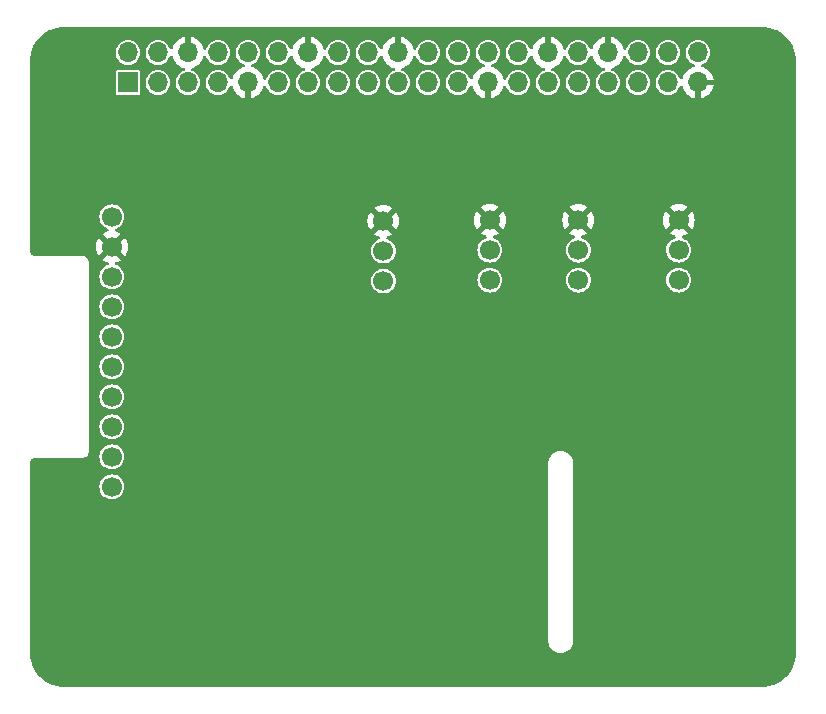
<source format=gbr>
%TF.GenerationSoftware,KiCad,Pcbnew,8.0.8*%
%TF.CreationDate,2025-02-20T10:17:43+01:00*%
%TF.ProjectId,pi_hat,70695f68-6174-42e6-9b69-6361645f7063,rev?*%
%TF.SameCoordinates,Original*%
%TF.FileFunction,Copper,L2,Bot*%
%TF.FilePolarity,Positive*%
%FSLAX46Y46*%
G04 Gerber Fmt 4.6, Leading zero omitted, Abs format (unit mm)*
G04 Created by KiCad (PCBNEW 8.0.8) date 2025-02-20 10:17:43*
%MOMM*%
%LPD*%
G01*
G04 APERTURE LIST*
%TA.AperFunction,ComponentPad*%
%ADD10C,1.700000*%
%TD*%
%TA.AperFunction,ComponentPad*%
%ADD11R,1.700000X1.700000*%
%TD*%
%TA.AperFunction,ComponentPad*%
%ADD12O,1.700000X1.700000*%
%TD*%
G04 APERTURE END LIST*
D10*
%TO.P,A2,1,GND*%
%TO.N,GND*%
X39000000Y39580000D03*
%TO.P,A2,2,VCC*%
%TO.N,+3V3*%
X39000000Y37040000D03*
%TO.P,A2,3,A*%
%TO.N,Net-(A2-A)*%
X39000000Y34500000D03*
%TD*%
%TO.P,A1,1,GND*%
%TO.N,GND*%
X30000000Y39500000D03*
%TO.P,A1,2,VCC*%
%TO.N,+3V3*%
X30000000Y36960000D03*
%TO.P,A1,3,A*%
%TO.N,Net-(A1-A)*%
X30000000Y34420000D03*
%TD*%
%TO.P,A4,1,GND*%
%TO.N,GND*%
X55000000Y39580000D03*
%TO.P,A4,2,VCC*%
%TO.N,+3V3*%
X55000000Y37040000D03*
%TO.P,A4,3,A*%
%TO.N,Net-(A4-A)*%
X55000000Y34500000D03*
%TD*%
%TO.P,U2,1,VDD*%
%TO.N,+3V3*%
X7000000Y39860000D03*
%TO.P,U2,2,GND*%
%TO.N,GND*%
X7000000Y37320000D03*
%TO.P,U2,3,SCL*%
%TO.N,/GPIO3{slash}SCL1*%
X7000000Y34780000D03*
%TO.P,U2,4,SDA*%
%TO.N,/GPIO2{slash}SDA1*%
X7000000Y32240000D03*
%TO.P,U2,5,ADDR*%
%TO.N,unconnected-(U2-ADDR-Pad5)*%
X7000000Y29700000D03*
%TO.P,U2,6,ALRT*%
%TO.N,unconnected-(U2-ALRT-Pad6)*%
X7000000Y27160000D03*
%TO.P,U2,7,A0*%
%TO.N,Net-(A1-A)*%
X7000000Y24620000D03*
%TO.P,U2,8,A1*%
%TO.N,Net-(A2-A)*%
X7000000Y22080000D03*
%TO.P,U2,9,A2*%
%TO.N,Net-(A3-A)*%
X7000000Y19540000D03*
%TO.P,U2,10,A3*%
%TO.N,Net-(A4-A)*%
X7000000Y17000000D03*
%TD*%
%TO.P,A3,1,GND*%
%TO.N,GND*%
X46500000Y39580000D03*
%TO.P,A3,2,VCC*%
%TO.N,+3V3*%
X46500000Y37040000D03*
%TO.P,A3,3,A*%
%TO.N,Net-(A3-A)*%
X46500000Y34500000D03*
%TD*%
D11*
%TO.P,J1,1,Pin_1*%
%TO.N,+3V3*%
X8370000Y51230000D03*
D12*
%TO.P,J1,2,Pin_2*%
%TO.N,+5V*%
X8370000Y53770000D03*
%TO.P,J1,3,Pin_3*%
%TO.N,/GPIO2{slash}SDA1*%
X10910000Y51230000D03*
%TO.P,J1,4,Pin_4*%
%TO.N,+5V*%
X10910000Y53770000D03*
%TO.P,J1,5,Pin_5*%
%TO.N,/GPIO3{slash}SCL1*%
X13450000Y51230000D03*
%TO.P,J1,6,Pin_6*%
%TO.N,GND*%
X13450000Y53770000D03*
%TO.P,J1,7,Pin_7*%
%TO.N,/GPIO4{slash}GPCLK0*%
X15990000Y51230000D03*
%TO.P,J1,8,Pin_8*%
%TO.N,/GPIO14{slash}TXD0*%
X15990000Y53770000D03*
%TO.P,J1,9,Pin_9*%
%TO.N,GND*%
X18530000Y51230000D03*
%TO.P,J1,10,Pin_10*%
%TO.N,/GPIO15{slash}RXD0*%
X18530000Y53770000D03*
%TO.P,J1,11,Pin_11*%
%TO.N,/GPIO17*%
X21070000Y51230000D03*
%TO.P,J1,12,Pin_12*%
%TO.N,/GPIO18{slash}PCM.CLK*%
X21070000Y53770000D03*
%TO.P,J1,13,Pin_13*%
%TO.N,/GPIO27*%
X23610000Y51230000D03*
%TO.P,J1,14,Pin_14*%
%TO.N,GND*%
X23610000Y53770000D03*
%TO.P,J1,15,Pin_15*%
%TO.N,/GPIO22*%
X26150000Y51230000D03*
%TO.P,J1,16,Pin_16*%
%TO.N,/GPIO23*%
X26150000Y53770000D03*
%TO.P,J1,17,Pin_17*%
%TO.N,+3V3*%
X28690000Y51230000D03*
%TO.P,J1,18,Pin_18*%
%TO.N,/GPIO24*%
X28690000Y53770000D03*
%TO.P,J1,19,Pin_19*%
%TO.N,/GPIO10{slash}SPI0.MOSI*%
X31230000Y51230000D03*
%TO.P,J1,20,Pin_20*%
%TO.N,GND*%
X31230000Y53770000D03*
%TO.P,J1,21,Pin_21*%
%TO.N,/GPIO9{slash}SPI0.MISO*%
X33770000Y51230000D03*
%TO.P,J1,22,Pin_22*%
%TO.N,/GPIO25*%
X33770000Y53770000D03*
%TO.P,J1,23,Pin_23*%
%TO.N,/GPIO11{slash}SPI0.SCLK*%
X36310000Y51230000D03*
%TO.P,J1,24,Pin_24*%
%TO.N,/GPIO8{slash}SPI0.CE0*%
X36310000Y53770000D03*
%TO.P,J1,25,Pin_25*%
%TO.N,GND*%
X38850000Y51230000D03*
%TO.P,J1,26,Pin_26*%
%TO.N,/GPIO7{slash}SPI0.CE1*%
X38850000Y53770000D03*
%TO.P,J1,27,Pin_27*%
%TO.N,/ID_SDA*%
X41390000Y51230000D03*
%TO.P,J1,28,Pin_28*%
%TO.N,/ID_SCL*%
X41390000Y53770000D03*
%TO.P,J1,29,Pin_29*%
%TO.N,/GPIO5*%
X43930000Y51230000D03*
%TO.P,J1,30,Pin_30*%
%TO.N,GND*%
X43930000Y53770000D03*
%TO.P,J1,31,Pin_31*%
%TO.N,/GPIO6*%
X46470000Y51230000D03*
%TO.P,J1,32,Pin_32*%
%TO.N,/GPIO12{slash}PWM0*%
X46470000Y53770000D03*
%TO.P,J1,33,Pin_33*%
%TO.N,/GPIO13{slash}PWM1*%
X49010000Y51230000D03*
%TO.P,J1,34,Pin_34*%
%TO.N,GND*%
X49010000Y53770000D03*
%TO.P,J1,35,Pin_35*%
%TO.N,/GPIO19{slash}PCM.FS*%
X51550000Y51230000D03*
%TO.P,J1,36,Pin_36*%
%TO.N,/GPIO16*%
X51550000Y53770000D03*
%TO.P,J1,37,Pin_37*%
%TO.N,/GPIO26*%
X54090000Y51230000D03*
%TO.P,J1,38,Pin_38*%
%TO.N,/GPIO20{slash}PCM.DIN*%
X54090000Y53770000D03*
%TO.P,J1,39,Pin_39*%
%TO.N,GND*%
X56630000Y51230000D03*
%TO.P,J1,40,Pin_40*%
%TO.N,/GPIO21{slash}PCM.DOUT*%
X56630000Y53770000D03*
%TD*%
%TA.AperFunction,Conductor*%
%TO.N,GND*%
G36*
X62003472Y55949305D02*
G01*
X62323297Y55931344D01*
X62337094Y55929790D01*
X62649457Y55876717D01*
X62663014Y55873623D01*
X62967469Y55785911D01*
X62980593Y55781318D01*
X63273304Y55660074D01*
X63285826Y55654045D01*
X63452594Y55561875D01*
X63563139Y55500779D01*
X63574900Y55493389D01*
X63833314Y55310034D01*
X63844174Y55301373D01*
X64080418Y55090251D01*
X64090250Y55080419D01*
X64301372Y54844175D01*
X64310035Y54833313D01*
X64493385Y54574906D01*
X64500778Y54563140D01*
X64654040Y54285834D01*
X64660073Y54273305D01*
X64781317Y53980594D01*
X64785910Y53967470D01*
X64873622Y53663015D01*
X64876716Y53649458D01*
X64929787Y53337106D01*
X64931344Y53323288D01*
X64949305Y53003473D01*
X64949500Y52996520D01*
X64949500Y3003481D01*
X64949305Y2996528D01*
X64931344Y2676713D01*
X64929787Y2662895D01*
X64876716Y2350543D01*
X64873622Y2336986D01*
X64785910Y2032531D01*
X64781317Y2019407D01*
X64660073Y1726696D01*
X64654040Y1714167D01*
X64500778Y1436861D01*
X64493380Y1425087D01*
X64310043Y1166698D01*
X64301372Y1155826D01*
X64090250Y919582D01*
X64080418Y909750D01*
X63844174Y698628D01*
X63833302Y689957D01*
X63574913Y506620D01*
X63563139Y499222D01*
X63285833Y345960D01*
X63273304Y339927D01*
X62980593Y218683D01*
X62967469Y214090D01*
X62663014Y126378D01*
X62649457Y123284D01*
X62337105Y70213D01*
X62323287Y68656D01*
X62003472Y50695D01*
X61996519Y50500D01*
X3003481Y50500D01*
X2996528Y50695D01*
X2676712Y68656D01*
X2662894Y70213D01*
X2350542Y123284D01*
X2336985Y126378D01*
X2032530Y214090D01*
X2019406Y218683D01*
X1726695Y339927D01*
X1714166Y345960D01*
X1436860Y499222D01*
X1425094Y506615D01*
X1166687Y689965D01*
X1155825Y698628D01*
X919581Y909750D01*
X909749Y919582D01*
X698627Y1155826D01*
X689966Y1166686D01*
X506611Y1425100D01*
X499221Y1436861D01*
X345959Y1714167D01*
X339926Y1726696D01*
X218682Y2019407D01*
X214089Y2032531D01*
X126377Y2336986D01*
X123283Y2350543D01*
X94127Y2522142D01*
X70210Y2662906D01*
X68656Y2676703D01*
X50695Y2996528D01*
X50500Y3003481D01*
X50500Y17000000D01*
X5944417Y17000000D01*
X5964699Y16794068D01*
X5964700Y16794066D01*
X6024768Y16596046D01*
X6122315Y16413550D01*
X6122317Y16413548D01*
X6253589Y16253590D01*
X6350209Y16174298D01*
X6413550Y16122315D01*
X6596046Y16024768D01*
X6794066Y15964700D01*
X6794065Y15964700D01*
X6812529Y15962882D01*
X7000000Y15944417D01*
X7205934Y15964700D01*
X7403954Y16024768D01*
X7586450Y16122315D01*
X7746410Y16253590D01*
X7877685Y16413550D01*
X7975232Y16596046D01*
X8035300Y16794066D01*
X8055583Y17000000D01*
X8035300Y17205934D01*
X7975232Y17403954D01*
X7877685Y17586450D01*
X7825702Y17649791D01*
X7746410Y17746411D01*
X7586452Y17877683D01*
X7586453Y17877683D01*
X7586450Y17877685D01*
X7403954Y17975232D01*
X7205934Y18035300D01*
X7205932Y18035301D01*
X7205934Y18035301D01*
X7000000Y18055583D01*
X6794067Y18035301D01*
X6596043Y17975231D01*
X6485898Y17916357D01*
X6413550Y17877685D01*
X6413548Y17877684D01*
X6413547Y17877683D01*
X6253589Y17746411D01*
X6122317Y17586453D01*
X6024769Y17403957D01*
X5964699Y17205933D01*
X5944417Y17000000D01*
X50500Y17000000D01*
X50500Y18991885D01*
X51557Y19008039D01*
X63657Y19100055D01*
X72013Y19131274D01*
X104360Y19209462D01*
X120506Y19237465D01*
X171963Y19304627D01*
X194803Y19327506D01*
X203335Y19334066D01*
X261872Y19379078D01*
X289850Y19395276D01*
X367979Y19427758D01*
X399189Y19436168D01*
X457896Y19443993D01*
X491069Y19448413D01*
X507449Y19449500D01*
X4562026Y19449500D01*
X4682969Y19477105D01*
X4794737Y19530929D01*
X4806112Y19540000D01*
X5944417Y19540000D01*
X5964699Y19334068D01*
X5964700Y19334066D01*
X6024768Y19136046D01*
X6122315Y18953550D01*
X6122317Y18953548D01*
X6253589Y18793590D01*
X6350209Y18714298D01*
X6413550Y18662315D01*
X6596046Y18564768D01*
X6794066Y18504700D01*
X6794065Y18504700D01*
X6812529Y18502882D01*
X7000000Y18484417D01*
X7205934Y18504700D01*
X7403954Y18564768D01*
X7586450Y18662315D01*
X7746410Y18793590D01*
X7877685Y18953550D01*
X7954545Y19097343D01*
X43949500Y19097343D01*
X43949500Y19020918D01*
X43949500Y4016408D01*
X43949500Y4000000D01*
X43949500Y3902657D01*
X43985274Y3711286D01*
X43985275Y3711284D01*
X44055600Y3529752D01*
X44055604Y3529743D01*
X44158090Y3364222D01*
X44158092Y3364220D01*
X44289248Y3220348D01*
X44370076Y3159310D01*
X44444614Y3103021D01*
X44513452Y3068744D01*
X44618879Y3016247D01*
X44618883Y3016246D01*
X44618890Y3016242D01*
X44806144Y2962963D01*
X44999999Y2945000D01*
X45000000Y2945000D01*
X45000001Y2945000D01*
X45096928Y2953982D01*
X45193856Y2962963D01*
X45381110Y3016242D01*
X45555386Y3103021D01*
X45710749Y3220346D01*
X45841908Y3364220D01*
X45944397Y3529746D01*
X46014726Y3711286D01*
X46050500Y3902657D01*
X46050500Y4000000D01*
X46050500Y4016408D01*
X46050500Y19020918D01*
X46050500Y19097343D01*
X46014726Y19288714D01*
X45944397Y19470254D01*
X45940155Y19477105D01*
X45841909Y19635779D01*
X45841907Y19635781D01*
X45710751Y19779653D01*
X45555386Y19896979D01*
X45381120Y19983754D01*
X45381107Y19983759D01*
X45193854Y20037038D01*
X45193855Y20037038D01*
X45000001Y20055000D01*
X44999999Y20055000D01*
X44806144Y20037038D01*
X44618892Y19983759D01*
X44618879Y19983754D01*
X44444613Y19896979D01*
X44289248Y19779653D01*
X44158092Y19635781D01*
X44158090Y19635779D01*
X44055604Y19470258D01*
X44055600Y19470249D01*
X43991436Y19304621D01*
X43985274Y19288714D01*
X43949500Y19097343D01*
X7954545Y19097343D01*
X7975232Y19136046D01*
X8035300Y19334066D01*
X8055583Y19540000D01*
X8035300Y19745934D01*
X7975232Y19943954D01*
X7877685Y20126450D01*
X7825702Y20189791D01*
X7746410Y20286411D01*
X7586452Y20417683D01*
X7586453Y20417683D01*
X7586450Y20417685D01*
X7403954Y20515232D01*
X7205934Y20575300D01*
X7205932Y20575301D01*
X7205934Y20575301D01*
X7000000Y20595583D01*
X6794067Y20575301D01*
X6596043Y20515231D01*
X6485898Y20456357D01*
X6413550Y20417685D01*
X6413548Y20417684D01*
X6413547Y20417683D01*
X6253589Y20286411D01*
X6122317Y20126453D01*
X6024769Y19943957D01*
X5964699Y19745933D01*
X5944417Y19540000D01*
X4806112Y19540000D01*
X4891725Y19608275D01*
X4969071Y19705263D01*
X5022895Y19817031D01*
X5050500Y19937974D01*
X5050500Y20000000D01*
X5050500Y20016408D01*
X5050500Y22080000D01*
X5944417Y22080000D01*
X5964699Y21874068D01*
X5964700Y21874066D01*
X6024768Y21676046D01*
X6122315Y21493550D01*
X6122317Y21493548D01*
X6253589Y21333590D01*
X6350209Y21254298D01*
X6413550Y21202315D01*
X6596046Y21104768D01*
X6794066Y21044700D01*
X6794065Y21044700D01*
X6812529Y21042882D01*
X7000000Y21024417D01*
X7205934Y21044700D01*
X7403954Y21104768D01*
X7586450Y21202315D01*
X7746410Y21333590D01*
X7877685Y21493550D01*
X7975232Y21676046D01*
X8035300Y21874066D01*
X8055583Y22080000D01*
X8035300Y22285934D01*
X7975232Y22483954D01*
X7877685Y22666450D01*
X7825702Y22729791D01*
X7746410Y22826411D01*
X7586452Y22957683D01*
X7586453Y22957683D01*
X7586450Y22957685D01*
X7403954Y23055232D01*
X7205934Y23115300D01*
X7205932Y23115301D01*
X7205934Y23115301D01*
X7000000Y23135583D01*
X6794067Y23115301D01*
X6596043Y23055231D01*
X6485898Y22996357D01*
X6413550Y22957685D01*
X6413548Y22957684D01*
X6413547Y22957683D01*
X6253589Y22826411D01*
X6122317Y22666453D01*
X6024769Y22483957D01*
X5964699Y22285933D01*
X5944417Y22080000D01*
X5050500Y22080000D01*
X5050500Y24620000D01*
X5944417Y24620000D01*
X5964699Y24414068D01*
X5964700Y24414066D01*
X6024768Y24216046D01*
X6122315Y24033550D01*
X6122317Y24033548D01*
X6253589Y23873590D01*
X6350209Y23794298D01*
X6413550Y23742315D01*
X6596046Y23644768D01*
X6794066Y23584700D01*
X6794065Y23584700D01*
X6812529Y23582882D01*
X7000000Y23564417D01*
X7205934Y23584700D01*
X7403954Y23644768D01*
X7586450Y23742315D01*
X7746410Y23873590D01*
X7877685Y24033550D01*
X7975232Y24216046D01*
X8035300Y24414066D01*
X8055583Y24620000D01*
X8035300Y24825934D01*
X7975232Y25023954D01*
X7877685Y25206450D01*
X7825702Y25269791D01*
X7746410Y25366411D01*
X7586452Y25497683D01*
X7586453Y25497683D01*
X7586450Y25497685D01*
X7403954Y25595232D01*
X7205934Y25655300D01*
X7205932Y25655301D01*
X7205934Y25655301D01*
X7000000Y25675583D01*
X6794067Y25655301D01*
X6596043Y25595231D01*
X6485898Y25536357D01*
X6413550Y25497685D01*
X6413548Y25497684D01*
X6413547Y25497683D01*
X6253589Y25366411D01*
X6122317Y25206453D01*
X6024769Y25023957D01*
X5964699Y24825933D01*
X5944417Y24620000D01*
X5050500Y24620000D01*
X5050500Y27160000D01*
X5944417Y27160000D01*
X5964699Y26954068D01*
X5964700Y26954066D01*
X6024768Y26756046D01*
X6122315Y26573550D01*
X6122317Y26573548D01*
X6253589Y26413590D01*
X6350209Y26334298D01*
X6413550Y26282315D01*
X6596046Y26184768D01*
X6794066Y26124700D01*
X6794065Y26124700D01*
X6812529Y26122882D01*
X7000000Y26104417D01*
X7205934Y26124700D01*
X7403954Y26184768D01*
X7586450Y26282315D01*
X7746410Y26413590D01*
X7877685Y26573550D01*
X7975232Y26756046D01*
X8035300Y26954066D01*
X8055583Y27160000D01*
X8035300Y27365934D01*
X7975232Y27563954D01*
X7877685Y27746450D01*
X7825702Y27809791D01*
X7746410Y27906411D01*
X7586452Y28037683D01*
X7586453Y28037683D01*
X7586450Y28037685D01*
X7403954Y28135232D01*
X7205934Y28195300D01*
X7205932Y28195301D01*
X7205934Y28195301D01*
X7000000Y28215583D01*
X6794067Y28195301D01*
X6596043Y28135231D01*
X6485898Y28076357D01*
X6413550Y28037685D01*
X6413548Y28037684D01*
X6413547Y28037683D01*
X6253589Y27906411D01*
X6122317Y27746453D01*
X6024769Y27563957D01*
X5964699Y27365933D01*
X5944417Y27160000D01*
X5050500Y27160000D01*
X5050500Y29700000D01*
X5944417Y29700000D01*
X5964699Y29494068D01*
X5964700Y29494066D01*
X6024768Y29296046D01*
X6122315Y29113550D01*
X6122317Y29113548D01*
X6253589Y28953590D01*
X6350209Y28874298D01*
X6413550Y28822315D01*
X6596046Y28724768D01*
X6794066Y28664700D01*
X6794065Y28664700D01*
X6812529Y28662882D01*
X7000000Y28644417D01*
X7205934Y28664700D01*
X7403954Y28724768D01*
X7586450Y28822315D01*
X7746410Y28953590D01*
X7877685Y29113550D01*
X7975232Y29296046D01*
X8035300Y29494066D01*
X8055583Y29700000D01*
X8035300Y29905934D01*
X7975232Y30103954D01*
X7877685Y30286450D01*
X7825702Y30349791D01*
X7746410Y30446411D01*
X7586452Y30577683D01*
X7586453Y30577683D01*
X7586450Y30577685D01*
X7403954Y30675232D01*
X7205934Y30735300D01*
X7205932Y30735301D01*
X7205934Y30735301D01*
X7000000Y30755583D01*
X6794067Y30735301D01*
X6596043Y30675231D01*
X6485898Y30616357D01*
X6413550Y30577685D01*
X6413548Y30577684D01*
X6413547Y30577683D01*
X6253589Y30446411D01*
X6122317Y30286453D01*
X6024769Y30103957D01*
X5964699Y29905933D01*
X5944417Y29700000D01*
X5050500Y29700000D01*
X5050500Y32240000D01*
X5944417Y32240000D01*
X5964699Y32034068D01*
X5964700Y32034066D01*
X6024768Y31836046D01*
X6122315Y31653550D01*
X6122317Y31653548D01*
X6253589Y31493590D01*
X6350209Y31414298D01*
X6413550Y31362315D01*
X6596046Y31264768D01*
X6794066Y31204700D01*
X6794065Y31204700D01*
X6812529Y31202882D01*
X7000000Y31184417D01*
X7205934Y31204700D01*
X7403954Y31264768D01*
X7586450Y31362315D01*
X7746410Y31493590D01*
X7877685Y31653550D01*
X7975232Y31836046D01*
X8035300Y32034066D01*
X8055583Y32240000D01*
X8035300Y32445934D01*
X7975232Y32643954D01*
X7877685Y32826450D01*
X7825702Y32889791D01*
X7746410Y32986411D01*
X7586452Y33117683D01*
X7586453Y33117683D01*
X7586450Y33117685D01*
X7403954Y33215232D01*
X7205934Y33275300D01*
X7205932Y33275301D01*
X7205934Y33275301D01*
X7000000Y33295583D01*
X6794067Y33275301D01*
X6596043Y33215231D01*
X6485898Y33156357D01*
X6413550Y33117685D01*
X6413548Y33117684D01*
X6413547Y33117683D01*
X6253589Y32986411D01*
X6122317Y32826453D01*
X6024769Y32643957D01*
X5964699Y32445933D01*
X5944417Y32240000D01*
X5050500Y32240000D01*
X5050500Y36020918D01*
X5050500Y36062026D01*
X5022895Y36182969D01*
X5012249Y36205075D01*
X4969623Y36293590D01*
X4969071Y36294737D01*
X4891725Y36391725D01*
X4794737Y36469071D01*
X4778054Y36477105D01*
X4682973Y36522894D01*
X4682974Y36522894D01*
X4562027Y36550500D01*
X4562026Y36550500D01*
X4520918Y36550500D01*
X508126Y36550500D01*
X491941Y36551561D01*
X481410Y36552948D01*
X399846Y36563686D01*
X368579Y36572064D01*
X290334Y36604474D01*
X262300Y36620660D01*
X195107Y36672220D01*
X172219Y36695108D01*
X120659Y36762301D01*
X104473Y36790335D01*
X92185Y36820000D01*
X72063Y36868580D01*
X63685Y36899848D01*
X51561Y36991941D01*
X50500Y37008126D01*
X50500Y37320002D01*
X5644843Y37320002D01*
X5644843Y37319999D01*
X5665430Y37084685D01*
X5665432Y37084674D01*
X5726566Y36856517D01*
X5726570Y36856508D01*
X5826398Y36642424D01*
X5885073Y36558628D01*
X6517037Y37190592D01*
X6534075Y37127007D01*
X6599901Y37012993D01*
X6692993Y36919901D01*
X6807007Y36854075D01*
X6870591Y36837038D01*
X6238626Y36205074D01*
X6322417Y36146402D01*
X6322421Y36146400D01*
X6536507Y36046571D01*
X6536516Y36046567D01*
X6658649Y36013842D01*
X6718310Y35977477D01*
X6748839Y35914631D01*
X6740545Y35845255D01*
X6696059Y35791377D01*
X6662552Y35775407D01*
X6596046Y35755233D01*
X6465358Y35685378D01*
X6413550Y35657685D01*
X6413548Y35657684D01*
X6413547Y35657683D01*
X6253589Y35526411D01*
X6122317Y35366453D01*
X6024769Y35183957D01*
X5964699Y34985933D01*
X5944417Y34780000D01*
X5964699Y34574068D01*
X5964700Y34574066D01*
X6024768Y34376046D01*
X6122315Y34193550D01*
X6122317Y34193548D01*
X6253589Y34033590D01*
X6350209Y33954298D01*
X6413550Y33902315D01*
X6596046Y33804768D01*
X6794066Y33744700D01*
X6794065Y33744700D01*
X6812529Y33742882D01*
X7000000Y33724417D01*
X7205934Y33744700D01*
X7403954Y33804768D01*
X7586450Y33902315D01*
X7746410Y34033590D01*
X7877685Y34193550D01*
X7975232Y34376046D01*
X7988565Y34420000D01*
X28944417Y34420000D01*
X28964699Y34214068D01*
X28964700Y34214066D01*
X29024768Y34016046D01*
X29122315Y33833550D01*
X29122317Y33833548D01*
X29253589Y33673590D01*
X29316065Y33622318D01*
X29413550Y33542315D01*
X29596046Y33444768D01*
X29794066Y33384700D01*
X29794065Y33384700D01*
X29812529Y33382882D01*
X30000000Y33364417D01*
X30205934Y33384700D01*
X30403954Y33444768D01*
X30586450Y33542315D01*
X30746410Y33673590D01*
X30877685Y33833550D01*
X30975232Y34016046D01*
X31035300Y34214066D01*
X31055583Y34420000D01*
X31047704Y34500000D01*
X37944417Y34500000D01*
X37964699Y34294068D01*
X37964700Y34294066D01*
X38024768Y34096046D01*
X38122315Y33913550D01*
X38156969Y33871323D01*
X38253589Y33753590D01*
X38350209Y33674298D01*
X38413550Y33622315D01*
X38596046Y33524768D01*
X38794066Y33464700D01*
X38794065Y33464700D01*
X38812529Y33462882D01*
X39000000Y33444417D01*
X39205934Y33464700D01*
X39403954Y33524768D01*
X39586450Y33622315D01*
X39746410Y33753590D01*
X39877685Y33913550D01*
X39975232Y34096046D01*
X40035300Y34294066D01*
X40055583Y34500000D01*
X45444417Y34500000D01*
X45464699Y34294068D01*
X45464700Y34294066D01*
X45524768Y34096046D01*
X45622315Y33913550D01*
X45656969Y33871323D01*
X45753589Y33753590D01*
X45850209Y33674298D01*
X45913550Y33622315D01*
X46096046Y33524768D01*
X46294066Y33464700D01*
X46294065Y33464700D01*
X46312529Y33462882D01*
X46500000Y33444417D01*
X46705934Y33464700D01*
X46903954Y33524768D01*
X47086450Y33622315D01*
X47246410Y33753590D01*
X47377685Y33913550D01*
X47475232Y34096046D01*
X47535300Y34294066D01*
X47555583Y34500000D01*
X53944417Y34500000D01*
X53964699Y34294068D01*
X53964700Y34294066D01*
X54024768Y34096046D01*
X54122315Y33913550D01*
X54156969Y33871323D01*
X54253589Y33753590D01*
X54350209Y33674298D01*
X54413550Y33622315D01*
X54596046Y33524768D01*
X54794066Y33464700D01*
X54794065Y33464700D01*
X54812529Y33462882D01*
X55000000Y33444417D01*
X55205934Y33464700D01*
X55403954Y33524768D01*
X55586450Y33622315D01*
X55746410Y33753590D01*
X55877685Y33913550D01*
X55975232Y34096046D01*
X56035300Y34294066D01*
X56055583Y34500000D01*
X56035300Y34705934D01*
X55975232Y34903954D01*
X55877685Y35086450D01*
X55797664Y35183957D01*
X55746410Y35246411D01*
X55586452Y35377683D01*
X55586453Y35377683D01*
X55586450Y35377685D01*
X55403954Y35475232D01*
X55205934Y35535300D01*
X55205932Y35535301D01*
X55205934Y35535301D01*
X55000000Y35555583D01*
X54794067Y35535301D01*
X54596043Y35475231D01*
X54485898Y35416357D01*
X54413550Y35377685D01*
X54413548Y35377684D01*
X54413547Y35377683D01*
X54253589Y35246411D01*
X54122317Y35086453D01*
X54024769Y34903957D01*
X53964699Y34705933D01*
X53944417Y34500000D01*
X47555583Y34500000D01*
X47535300Y34705934D01*
X47475232Y34903954D01*
X47377685Y35086450D01*
X47297664Y35183957D01*
X47246410Y35246411D01*
X47086452Y35377683D01*
X47086453Y35377683D01*
X47086450Y35377685D01*
X46903954Y35475232D01*
X46705934Y35535300D01*
X46705932Y35535301D01*
X46705934Y35535301D01*
X46500000Y35555583D01*
X46294067Y35535301D01*
X46096043Y35475231D01*
X45985898Y35416357D01*
X45913550Y35377685D01*
X45913548Y35377684D01*
X45913547Y35377683D01*
X45753589Y35246411D01*
X45622317Y35086453D01*
X45524769Y34903957D01*
X45464699Y34705933D01*
X45444417Y34500000D01*
X40055583Y34500000D01*
X40035300Y34705934D01*
X39975232Y34903954D01*
X39877685Y35086450D01*
X39797664Y35183957D01*
X39746410Y35246411D01*
X39586452Y35377683D01*
X39586453Y35377683D01*
X39586450Y35377685D01*
X39403954Y35475232D01*
X39205934Y35535300D01*
X39205932Y35535301D01*
X39205934Y35535301D01*
X39000000Y35555583D01*
X38794067Y35535301D01*
X38596043Y35475231D01*
X38485898Y35416357D01*
X38413550Y35377685D01*
X38413548Y35377684D01*
X38413547Y35377683D01*
X38253589Y35246411D01*
X38122317Y35086453D01*
X38024769Y34903957D01*
X37964699Y34705933D01*
X37944417Y34500000D01*
X31047704Y34500000D01*
X31035300Y34625934D01*
X30975232Y34823954D01*
X30877685Y35006450D01*
X30812029Y35086453D01*
X30746410Y35166411D01*
X30586452Y35297683D01*
X30586453Y35297683D01*
X30586450Y35297685D01*
X30403954Y35395232D01*
X30205934Y35455300D01*
X30205932Y35455301D01*
X30205934Y35455301D01*
X30000000Y35475583D01*
X29794067Y35455301D01*
X29596043Y35395231D01*
X29542199Y35366450D01*
X29413550Y35297685D01*
X29413548Y35297684D01*
X29413547Y35297683D01*
X29253589Y35166411D01*
X29122317Y35006453D01*
X29122315Y35006450D01*
X29083643Y34934102D01*
X29024769Y34823957D01*
X28964699Y34625933D01*
X28944417Y34420000D01*
X7988565Y34420000D01*
X8035300Y34574066D01*
X8055583Y34780000D01*
X8035300Y34985934D01*
X7975232Y35183954D01*
X7877685Y35366450D01*
X7804768Y35455300D01*
X7746410Y35526411D01*
X7586452Y35657683D01*
X7586453Y35657683D01*
X7586450Y35657685D01*
X7403954Y35755232D01*
X7337447Y35775407D01*
X7279009Y35813704D01*
X7250553Y35877516D01*
X7261113Y35946583D01*
X7307337Y35998977D01*
X7341350Y36013842D01*
X7463483Y36046567D01*
X7463492Y36046571D01*
X7677580Y36146401D01*
X7761371Y36205075D01*
X7129408Y36837038D01*
X7192993Y36854075D01*
X7307007Y36919901D01*
X7400099Y37012993D01*
X7465925Y37127007D01*
X7482962Y37190592D01*
X8114925Y36558629D01*
X8173599Y36642420D01*
X8273429Y36856508D01*
X8273433Y36856517D01*
X8334567Y37084674D01*
X8334569Y37084685D01*
X8355157Y37319999D01*
X8355157Y37320002D01*
X8334569Y37555316D01*
X8334567Y37555327D01*
X8273433Y37783484D01*
X8273429Y37783493D01*
X8173601Y37997576D01*
X8114925Y38081374D01*
X7482962Y37449410D01*
X7465925Y37512993D01*
X7400099Y37627007D01*
X7307007Y37720099D01*
X7192993Y37785925D01*
X7129409Y37802963D01*
X7761372Y38434927D01*
X7677576Y38493602D01*
X7463492Y38593430D01*
X7463486Y38593433D01*
X7341349Y38626159D01*
X7281689Y38662524D01*
X7251160Y38725371D01*
X7259455Y38794747D01*
X7303940Y38848625D01*
X7337444Y38864593D01*
X7403954Y38884768D01*
X7586450Y38982315D01*
X7746410Y39113590D01*
X7877685Y39273550D01*
X7975232Y39456046D01*
X7988566Y39500002D01*
X28644843Y39500002D01*
X28644843Y39499999D01*
X28665430Y39264685D01*
X28665432Y39264674D01*
X28726566Y39036517D01*
X28726570Y39036508D01*
X28826398Y38822424D01*
X28885073Y38738628D01*
X29517037Y39370592D01*
X29534075Y39307007D01*
X29599901Y39192993D01*
X29692993Y39099901D01*
X29807007Y39034075D01*
X29870591Y39017038D01*
X29238626Y38385074D01*
X29322417Y38326402D01*
X29322421Y38326400D01*
X29536507Y38226571D01*
X29536516Y38226567D01*
X29658649Y38193842D01*
X29718310Y38157477D01*
X29748839Y38094631D01*
X29740545Y38025255D01*
X29696059Y37971377D01*
X29662552Y37955407D01*
X29596046Y37935233D01*
X29465358Y37865378D01*
X29413550Y37837685D01*
X29413548Y37837684D01*
X29413547Y37837683D01*
X29253589Y37706411D01*
X29122317Y37546453D01*
X29024769Y37363957D01*
X28964699Y37165933D01*
X28944417Y36960000D01*
X28964699Y36754068D01*
X28986513Y36682156D01*
X29024768Y36556046D01*
X29122315Y36373550D01*
X29122317Y36373548D01*
X29253589Y36213590D01*
X29335462Y36146400D01*
X29413550Y36082315D01*
X29596046Y35984768D01*
X29794066Y35924700D01*
X29794065Y35924700D01*
X29812529Y35922882D01*
X30000000Y35904417D01*
X30205934Y35924700D01*
X30403954Y35984768D01*
X30586450Y36082315D01*
X30746410Y36213590D01*
X30877685Y36373550D01*
X30975232Y36556046D01*
X31035300Y36754066D01*
X31055583Y36960000D01*
X31035300Y37165934D01*
X30975232Y37363954D01*
X30877685Y37546450D01*
X30811574Y37627007D01*
X30746410Y37706411D01*
X30586452Y37837683D01*
X30586453Y37837683D01*
X30586450Y37837685D01*
X30403954Y37935232D01*
X30337447Y37955407D01*
X30279009Y37993704D01*
X30250553Y38057516D01*
X30261113Y38126583D01*
X30307337Y38178977D01*
X30341350Y38193842D01*
X30463483Y38226567D01*
X30463492Y38226571D01*
X30677580Y38326401D01*
X30761371Y38385075D01*
X30129408Y39017038D01*
X30192993Y39034075D01*
X30307007Y39099901D01*
X30400099Y39192993D01*
X30465925Y39307007D01*
X30482962Y39370592D01*
X31114925Y38738629D01*
X31173599Y38822420D01*
X31273429Y39036508D01*
X31273433Y39036517D01*
X31334567Y39264674D01*
X31334569Y39264685D01*
X31355157Y39499999D01*
X31355157Y39500002D01*
X31348158Y39580002D01*
X37644843Y39580002D01*
X37644843Y39579999D01*
X37665430Y39344685D01*
X37665432Y39344674D01*
X37726566Y39116517D01*
X37726570Y39116508D01*
X37826398Y38902424D01*
X37885073Y38818628D01*
X38517037Y39450592D01*
X38534075Y39387007D01*
X38599901Y39272993D01*
X38692993Y39179901D01*
X38807007Y39114075D01*
X38870591Y39097038D01*
X38238626Y38465074D01*
X38322417Y38406402D01*
X38322421Y38406400D01*
X38536507Y38306571D01*
X38536516Y38306567D01*
X38658649Y38273842D01*
X38718310Y38237477D01*
X38748839Y38174631D01*
X38740545Y38105255D01*
X38696059Y38051377D01*
X38662552Y38035407D01*
X38596046Y38015233D01*
X38484122Y37955407D01*
X38413550Y37917685D01*
X38413548Y37917684D01*
X38413547Y37917683D01*
X38253589Y37786411D01*
X38122317Y37626453D01*
X38024769Y37443957D01*
X37964699Y37245933D01*
X37944417Y37040000D01*
X37964699Y36834068D01*
X37969867Y36817031D01*
X38024768Y36636046D01*
X38122315Y36453550D01*
X38122317Y36453548D01*
X38253589Y36293590D01*
X38337472Y36224750D01*
X38413550Y36162315D01*
X38596046Y36064768D01*
X38794066Y36004700D01*
X38794065Y36004700D01*
X38812529Y36002882D01*
X39000000Y35984417D01*
X39205934Y36004700D01*
X39403954Y36064768D01*
X39586450Y36162315D01*
X39746410Y36293590D01*
X39877685Y36453550D01*
X39975232Y36636046D01*
X40035300Y36834066D01*
X40055583Y37040000D01*
X40035300Y37245934D01*
X39975232Y37443954D01*
X39877685Y37626450D01*
X39800830Y37720099D01*
X39746410Y37786411D01*
X39586452Y37917683D01*
X39586453Y37917683D01*
X39586450Y37917685D01*
X39403954Y38015232D01*
X39337447Y38035407D01*
X39279009Y38073704D01*
X39250553Y38137516D01*
X39261113Y38206583D01*
X39307337Y38258977D01*
X39341350Y38273842D01*
X39463483Y38306567D01*
X39463492Y38306571D01*
X39677580Y38406401D01*
X39761371Y38465075D01*
X39129408Y39097038D01*
X39192993Y39114075D01*
X39307007Y39179901D01*
X39400099Y39272993D01*
X39465925Y39387007D01*
X39482962Y39450592D01*
X40114925Y38818629D01*
X40173599Y38902420D01*
X40273429Y39116508D01*
X40273433Y39116517D01*
X40334567Y39344674D01*
X40334569Y39344685D01*
X40355157Y39579999D01*
X40355157Y39580002D01*
X45144843Y39580002D01*
X45144843Y39579999D01*
X45165430Y39344685D01*
X45165432Y39344674D01*
X45226566Y39116517D01*
X45226570Y39116508D01*
X45326398Y38902424D01*
X45385073Y38818628D01*
X46017037Y39450592D01*
X46034075Y39387007D01*
X46099901Y39272993D01*
X46192993Y39179901D01*
X46307007Y39114075D01*
X46370591Y39097038D01*
X45738626Y38465074D01*
X45822417Y38406402D01*
X45822421Y38406400D01*
X46036507Y38306571D01*
X46036516Y38306567D01*
X46158649Y38273842D01*
X46218310Y38237477D01*
X46248839Y38174631D01*
X46240545Y38105255D01*
X46196059Y38051377D01*
X46162552Y38035407D01*
X46096046Y38015233D01*
X45984122Y37955407D01*
X45913550Y37917685D01*
X45913548Y37917684D01*
X45913547Y37917683D01*
X45753589Y37786411D01*
X45622317Y37626453D01*
X45524769Y37443957D01*
X45464699Y37245933D01*
X45444417Y37040000D01*
X45464699Y36834068D01*
X45469867Y36817031D01*
X45524768Y36636046D01*
X45622315Y36453550D01*
X45622317Y36453548D01*
X45753589Y36293590D01*
X45837472Y36224750D01*
X45913550Y36162315D01*
X46096046Y36064768D01*
X46294066Y36004700D01*
X46294065Y36004700D01*
X46312529Y36002882D01*
X46500000Y35984417D01*
X46705934Y36004700D01*
X46903954Y36064768D01*
X47086450Y36162315D01*
X47246410Y36293590D01*
X47377685Y36453550D01*
X47475232Y36636046D01*
X47535300Y36834066D01*
X47555583Y37040000D01*
X47535300Y37245934D01*
X47475232Y37443954D01*
X47377685Y37626450D01*
X47300830Y37720099D01*
X47246410Y37786411D01*
X47086452Y37917683D01*
X47086453Y37917683D01*
X47086450Y37917685D01*
X46903954Y38015232D01*
X46837447Y38035407D01*
X46779009Y38073704D01*
X46750553Y38137516D01*
X46761113Y38206583D01*
X46807337Y38258977D01*
X46841350Y38273842D01*
X46963483Y38306567D01*
X46963492Y38306571D01*
X47177580Y38406401D01*
X47261371Y38465075D01*
X46629408Y39097038D01*
X46692993Y39114075D01*
X46807007Y39179901D01*
X46900099Y39272993D01*
X46965925Y39387007D01*
X46982962Y39450592D01*
X47614925Y38818629D01*
X47673599Y38902420D01*
X47773429Y39116508D01*
X47773433Y39116517D01*
X47834567Y39344674D01*
X47834569Y39344685D01*
X47855157Y39579999D01*
X47855157Y39580002D01*
X53644843Y39580002D01*
X53644843Y39579999D01*
X53665430Y39344685D01*
X53665432Y39344674D01*
X53726566Y39116517D01*
X53726570Y39116508D01*
X53826398Y38902424D01*
X53885073Y38818628D01*
X54517037Y39450592D01*
X54534075Y39387007D01*
X54599901Y39272993D01*
X54692993Y39179901D01*
X54807007Y39114075D01*
X54870591Y39097038D01*
X54238626Y38465074D01*
X54322417Y38406402D01*
X54322421Y38406400D01*
X54536507Y38306571D01*
X54536516Y38306567D01*
X54658649Y38273842D01*
X54718310Y38237477D01*
X54748839Y38174631D01*
X54740545Y38105255D01*
X54696059Y38051377D01*
X54662552Y38035407D01*
X54596046Y38015233D01*
X54484122Y37955407D01*
X54413550Y37917685D01*
X54413548Y37917684D01*
X54413547Y37917683D01*
X54253589Y37786411D01*
X54122317Y37626453D01*
X54024769Y37443957D01*
X53964699Y37245933D01*
X53944417Y37040000D01*
X53964699Y36834068D01*
X53969867Y36817031D01*
X54024768Y36636046D01*
X54122315Y36453550D01*
X54122317Y36453548D01*
X54253589Y36293590D01*
X54337472Y36224750D01*
X54413550Y36162315D01*
X54596046Y36064768D01*
X54794066Y36004700D01*
X54794065Y36004700D01*
X54812529Y36002882D01*
X55000000Y35984417D01*
X55205934Y36004700D01*
X55403954Y36064768D01*
X55586450Y36162315D01*
X55746410Y36293590D01*
X55877685Y36453550D01*
X55975232Y36636046D01*
X56035300Y36834066D01*
X56055583Y37040000D01*
X56035300Y37245934D01*
X55975232Y37443954D01*
X55877685Y37626450D01*
X55800830Y37720099D01*
X55746410Y37786411D01*
X55586452Y37917683D01*
X55586453Y37917683D01*
X55586450Y37917685D01*
X55403954Y38015232D01*
X55337447Y38035407D01*
X55279009Y38073704D01*
X55250553Y38137516D01*
X55261113Y38206583D01*
X55307337Y38258977D01*
X55341350Y38273842D01*
X55463483Y38306567D01*
X55463492Y38306571D01*
X55677580Y38406401D01*
X55761371Y38465075D01*
X55129408Y39097038D01*
X55192993Y39114075D01*
X55307007Y39179901D01*
X55400099Y39272993D01*
X55465925Y39387007D01*
X55482962Y39450592D01*
X56114925Y38818629D01*
X56173599Y38902420D01*
X56273429Y39116508D01*
X56273433Y39116517D01*
X56334567Y39344674D01*
X56334569Y39344685D01*
X56355157Y39579999D01*
X56355157Y39580002D01*
X56334569Y39815316D01*
X56334567Y39815327D01*
X56273433Y40043484D01*
X56273429Y40043493D01*
X56173601Y40257576D01*
X56114925Y40341374D01*
X55482962Y39709410D01*
X55465925Y39772993D01*
X55400099Y39887007D01*
X55307007Y39980099D01*
X55192993Y40045925D01*
X55129409Y40062963D01*
X55761372Y40694927D01*
X55677576Y40753602D01*
X55463492Y40853430D01*
X55463483Y40853434D01*
X55235326Y40914568D01*
X55235315Y40914570D01*
X55000002Y40935157D01*
X54999998Y40935157D01*
X54764684Y40914570D01*
X54764673Y40914568D01*
X54536516Y40853434D01*
X54536507Y40853430D01*
X54322423Y40753601D01*
X54322421Y40753600D01*
X54238627Y40694927D01*
X54238626Y40694927D01*
X54870591Y40062963D01*
X54807007Y40045925D01*
X54692993Y39980099D01*
X54599901Y39887007D01*
X54534075Y39772993D01*
X54517037Y39709410D01*
X53885073Y40341374D01*
X53885073Y40341373D01*
X53826400Y40257579D01*
X53826399Y40257577D01*
X53726570Y40043493D01*
X53726566Y40043484D01*
X53665432Y39815327D01*
X53665430Y39815316D01*
X53644843Y39580002D01*
X47855157Y39580002D01*
X47834569Y39815316D01*
X47834567Y39815327D01*
X47773433Y40043484D01*
X47773429Y40043493D01*
X47673601Y40257576D01*
X47614925Y40341374D01*
X46982962Y39709410D01*
X46965925Y39772993D01*
X46900099Y39887007D01*
X46807007Y39980099D01*
X46692993Y40045925D01*
X46629409Y40062963D01*
X47261372Y40694927D01*
X47177576Y40753602D01*
X46963492Y40853430D01*
X46963483Y40853434D01*
X46735326Y40914568D01*
X46735315Y40914570D01*
X46500002Y40935157D01*
X46499998Y40935157D01*
X46264684Y40914570D01*
X46264673Y40914568D01*
X46036516Y40853434D01*
X46036507Y40853430D01*
X45822423Y40753601D01*
X45822421Y40753600D01*
X45738627Y40694927D01*
X45738626Y40694927D01*
X46370591Y40062963D01*
X46307007Y40045925D01*
X46192993Y39980099D01*
X46099901Y39887007D01*
X46034075Y39772993D01*
X46017037Y39709410D01*
X45385073Y40341374D01*
X45385073Y40341373D01*
X45326400Y40257579D01*
X45326399Y40257577D01*
X45226570Y40043493D01*
X45226566Y40043484D01*
X45165432Y39815327D01*
X45165430Y39815316D01*
X45144843Y39580002D01*
X40355157Y39580002D01*
X40334569Y39815316D01*
X40334567Y39815327D01*
X40273433Y40043484D01*
X40273429Y40043493D01*
X40173601Y40257576D01*
X40114925Y40341374D01*
X39482962Y39709410D01*
X39465925Y39772993D01*
X39400099Y39887007D01*
X39307007Y39980099D01*
X39192993Y40045925D01*
X39129409Y40062963D01*
X39761372Y40694927D01*
X39677576Y40753602D01*
X39463492Y40853430D01*
X39463483Y40853434D01*
X39235326Y40914568D01*
X39235315Y40914570D01*
X39000002Y40935157D01*
X38999998Y40935157D01*
X38764684Y40914570D01*
X38764673Y40914568D01*
X38536516Y40853434D01*
X38536507Y40853430D01*
X38322423Y40753601D01*
X38322421Y40753600D01*
X38238627Y40694927D01*
X38238626Y40694927D01*
X38870591Y40062963D01*
X38807007Y40045925D01*
X38692993Y39980099D01*
X38599901Y39887007D01*
X38534075Y39772993D01*
X38517037Y39709410D01*
X37885073Y40341374D01*
X37885073Y40341373D01*
X37826400Y40257579D01*
X37826399Y40257577D01*
X37726570Y40043493D01*
X37726566Y40043484D01*
X37665432Y39815327D01*
X37665430Y39815316D01*
X37644843Y39580002D01*
X31348158Y39580002D01*
X31334569Y39735316D01*
X31334567Y39735327D01*
X31273433Y39963484D01*
X31273429Y39963493D01*
X31173601Y40177576D01*
X31114925Y40261374D01*
X30482962Y39629410D01*
X30465925Y39692993D01*
X30400099Y39807007D01*
X30307007Y39900099D01*
X30192993Y39965925D01*
X30129409Y39982963D01*
X30761372Y40614927D01*
X30677576Y40673602D01*
X30463492Y40773430D01*
X30463483Y40773434D01*
X30235326Y40834568D01*
X30235315Y40834570D01*
X30000002Y40855157D01*
X29999998Y40855157D01*
X29764684Y40834570D01*
X29764673Y40834568D01*
X29536516Y40773434D01*
X29536507Y40773430D01*
X29322423Y40673601D01*
X29322421Y40673600D01*
X29238627Y40614927D01*
X29238626Y40614927D01*
X29870591Y39982963D01*
X29807007Y39965925D01*
X29692993Y39900099D01*
X29599901Y39807007D01*
X29534075Y39692993D01*
X29517037Y39629410D01*
X28885073Y40261374D01*
X28885073Y40261373D01*
X28826400Y40177579D01*
X28826399Y40177577D01*
X28726570Y39963493D01*
X28726566Y39963484D01*
X28665432Y39735327D01*
X28665430Y39735316D01*
X28644843Y39500002D01*
X7988566Y39500002D01*
X8035300Y39654066D01*
X8055583Y39860000D01*
X8035300Y40065934D01*
X7975232Y40263954D01*
X7877685Y40446450D01*
X7825702Y40509791D01*
X7746410Y40606411D01*
X7586452Y40737683D01*
X7586453Y40737683D01*
X7586450Y40737685D01*
X7403954Y40835232D01*
X7205934Y40895300D01*
X7205932Y40895301D01*
X7205934Y40895301D01*
X7000000Y40915583D01*
X6794067Y40895301D01*
X6596043Y40835231D01*
X6485898Y40776357D01*
X6413550Y40737685D01*
X6413548Y40737684D01*
X6413547Y40737683D01*
X6253589Y40606411D01*
X6122317Y40446453D01*
X6024769Y40263957D01*
X5964699Y40065933D01*
X5944417Y39860000D01*
X5964699Y39654068D01*
X5987167Y39580002D01*
X6024768Y39456046D01*
X6122315Y39273550D01*
X6156969Y39231323D01*
X6253589Y39113590D01*
X6347504Y39036517D01*
X6413550Y38982315D01*
X6596046Y38884768D01*
X6662551Y38864595D01*
X6720989Y38826298D01*
X6749446Y38762486D01*
X6738887Y38693419D01*
X6692663Y38641025D01*
X6658650Y38626159D01*
X6536514Y38593433D01*
X6536507Y38593430D01*
X6322423Y38493601D01*
X6322421Y38493600D01*
X6238627Y38434927D01*
X6238626Y38434927D01*
X6870591Y37802963D01*
X6807007Y37785925D01*
X6692993Y37720099D01*
X6599901Y37627007D01*
X6534075Y37512993D01*
X6517037Y37449410D01*
X5885073Y38081374D01*
X5885073Y38081373D01*
X5826400Y37997579D01*
X5826399Y37997577D01*
X5726570Y37783493D01*
X5726566Y37783484D01*
X5665432Y37555327D01*
X5665430Y37555316D01*
X5644843Y37320002D01*
X50500Y37320002D01*
X50500Y52099753D01*
X7319500Y52099753D01*
X7319500Y50360248D01*
X7331131Y50301771D01*
X7331132Y50301770D01*
X7375447Y50235448D01*
X7441769Y50191133D01*
X7441770Y50191132D01*
X7500247Y50179501D01*
X7500250Y50179500D01*
X7500252Y50179500D01*
X9239750Y50179500D01*
X9239751Y50179501D01*
X9254568Y50182448D01*
X9298229Y50191132D01*
X9298229Y50191133D01*
X9298231Y50191133D01*
X9364552Y50235448D01*
X9408867Y50301769D01*
X9408867Y50301771D01*
X9408868Y50301771D01*
X9418922Y50352318D01*
X9420500Y50360252D01*
X9420500Y51230000D01*
X9854417Y51230000D01*
X9874699Y51024068D01*
X9874700Y51024066D01*
X9934768Y50826046D01*
X10032315Y50643550D01*
X10032317Y50643548D01*
X10163589Y50483590D01*
X10260209Y50404298D01*
X10323550Y50352315D01*
X10506046Y50254768D01*
X10704066Y50194700D01*
X10704065Y50194700D01*
X10722529Y50192882D01*
X10910000Y50174417D01*
X11115934Y50194700D01*
X11313954Y50254768D01*
X11496450Y50352315D01*
X11656410Y50483590D01*
X11787685Y50643550D01*
X11885232Y50826046D01*
X11945300Y51024066D01*
X11965583Y51230000D01*
X11945300Y51435934D01*
X11885232Y51633954D01*
X11787685Y51816450D01*
X11712897Y51907580D01*
X11656410Y51976411D01*
X11506121Y52099748D01*
X11496450Y52107685D01*
X11313954Y52205232D01*
X11115934Y52265300D01*
X11115932Y52265301D01*
X11115934Y52265301D01*
X10910000Y52285583D01*
X10704067Y52265301D01*
X10569736Y52224552D01*
X10506050Y52205233D01*
X10506043Y52205231D01*
X10418114Y52158231D01*
X10323550Y52107685D01*
X10323548Y52107684D01*
X10323547Y52107683D01*
X10163589Y51976411D01*
X10032317Y51816453D01*
X9934769Y51633957D01*
X9874699Y51435933D01*
X9854417Y51230000D01*
X9420500Y51230000D01*
X9420500Y52099748D01*
X9420500Y52099751D01*
X9420499Y52099753D01*
X9408868Y52158230D01*
X9408867Y52158231D01*
X9364552Y52224553D01*
X9298230Y52268868D01*
X9298229Y52268869D01*
X9239752Y52280500D01*
X9239748Y52280500D01*
X7500252Y52280500D01*
X7500247Y52280500D01*
X7441770Y52268869D01*
X7441769Y52268868D01*
X7375447Y52224553D01*
X7331132Y52158231D01*
X7331131Y52158230D01*
X7319500Y52099753D01*
X50500Y52099753D01*
X50500Y52996520D01*
X50695Y53003473D01*
X60808Y53183550D01*
X68656Y53323300D01*
X70210Y53337093D01*
X123283Y53649463D01*
X126377Y53663015D01*
X157200Y53770000D01*
X7314417Y53770000D01*
X7334699Y53564068D01*
X7334700Y53564066D01*
X7394768Y53366046D01*
X7492315Y53183550D01*
X7492317Y53183548D01*
X7623589Y53023590D01*
X7720209Y52944298D01*
X7783550Y52892315D01*
X7966046Y52794768D01*
X8164066Y52734700D01*
X8164065Y52734700D01*
X8182529Y52732882D01*
X8370000Y52714417D01*
X8575934Y52734700D01*
X8773954Y52794768D01*
X8956450Y52892315D01*
X9116410Y53023590D01*
X9247685Y53183550D01*
X9345232Y53366046D01*
X9405300Y53564066D01*
X9425583Y53770000D01*
X9854417Y53770000D01*
X9874699Y53564068D01*
X9874700Y53564066D01*
X9934768Y53366046D01*
X10032315Y53183550D01*
X10032317Y53183548D01*
X10163589Y53023590D01*
X10260209Y52944298D01*
X10323550Y52892315D01*
X10506046Y52794768D01*
X10704066Y52734700D01*
X10704065Y52734700D01*
X10722529Y52732882D01*
X10910000Y52714417D01*
X11115934Y52734700D01*
X11313954Y52794768D01*
X11496450Y52892315D01*
X11656410Y53023590D01*
X11787685Y53183550D01*
X11885232Y53366046D01*
X11905406Y53432554D01*
X11943702Y53490990D01*
X12007514Y53519447D01*
X12076581Y53508888D01*
X12128975Y53462664D01*
X12143841Y53428651D01*
X12176567Y53306514D01*
X12176570Y53306508D01*
X12276399Y53092422D01*
X12411894Y52898918D01*
X12578917Y52731895D01*
X12772421Y52596400D01*
X12986507Y52496571D01*
X12986516Y52496567D01*
X13108649Y52463842D01*
X13168310Y52427477D01*
X13198839Y52364631D01*
X13190545Y52295255D01*
X13146059Y52241377D01*
X13112552Y52225407D01*
X13046046Y52205233D01*
X12958112Y52158230D01*
X12863550Y52107685D01*
X12863548Y52107684D01*
X12863547Y52107683D01*
X12703589Y51976411D01*
X12572317Y51816453D01*
X12474769Y51633957D01*
X12414699Y51435933D01*
X12394417Y51230000D01*
X12414699Y51024068D01*
X12414700Y51024066D01*
X12474768Y50826046D01*
X12572315Y50643550D01*
X12572317Y50643548D01*
X12703589Y50483590D01*
X12800209Y50404298D01*
X12863550Y50352315D01*
X13046046Y50254768D01*
X13244066Y50194700D01*
X13244065Y50194700D01*
X13262529Y50192882D01*
X13450000Y50174417D01*
X13655934Y50194700D01*
X13853954Y50254768D01*
X14036450Y50352315D01*
X14196410Y50483590D01*
X14327685Y50643550D01*
X14425232Y50826046D01*
X14485300Y51024066D01*
X14505583Y51230000D01*
X14934417Y51230000D01*
X14954699Y51024068D01*
X14954700Y51024066D01*
X15014768Y50826046D01*
X15112315Y50643550D01*
X15112317Y50643548D01*
X15243589Y50483590D01*
X15340209Y50404298D01*
X15403550Y50352315D01*
X15586046Y50254768D01*
X15784066Y50194700D01*
X15784065Y50194700D01*
X15802529Y50192882D01*
X15990000Y50174417D01*
X16195934Y50194700D01*
X16393954Y50254768D01*
X16576450Y50352315D01*
X16736410Y50483590D01*
X16867685Y50643550D01*
X16965232Y50826046D01*
X16985406Y50892554D01*
X17023702Y50950990D01*
X17087514Y50979447D01*
X17156581Y50968888D01*
X17208975Y50922664D01*
X17223841Y50888651D01*
X17256567Y50766514D01*
X17256570Y50766508D01*
X17356399Y50552422D01*
X17491894Y50358918D01*
X17658917Y50191895D01*
X17852421Y50056400D01*
X18066507Y49956571D01*
X18066516Y49956567D01*
X18280000Y49899366D01*
X18280000Y50796988D01*
X18337007Y50764075D01*
X18464174Y50730000D01*
X18595826Y50730000D01*
X18722993Y50764075D01*
X18780000Y50796988D01*
X18780000Y49899367D01*
X18993483Y49956567D01*
X18993492Y49956571D01*
X19207578Y50056400D01*
X19401082Y50191895D01*
X19568105Y50358918D01*
X19703600Y50552422D01*
X19803429Y50766508D01*
X19803433Y50766517D01*
X19836158Y50888650D01*
X19872522Y50948310D01*
X19935369Y50978840D01*
X20004745Y50970546D01*
X20058623Y50926061D01*
X20074593Y50892553D01*
X20094768Y50826046D01*
X20192315Y50643550D01*
X20192317Y50643548D01*
X20323589Y50483590D01*
X20420209Y50404298D01*
X20483550Y50352315D01*
X20666046Y50254768D01*
X20864066Y50194700D01*
X20864065Y50194700D01*
X20882529Y50192882D01*
X21070000Y50174417D01*
X21275934Y50194700D01*
X21473954Y50254768D01*
X21656450Y50352315D01*
X21816410Y50483590D01*
X21947685Y50643550D01*
X22045232Y50826046D01*
X22105300Y51024066D01*
X22125583Y51230000D01*
X22105300Y51435934D01*
X22045232Y51633954D01*
X21947685Y51816450D01*
X21872897Y51907580D01*
X21816410Y51976411D01*
X21666121Y52099748D01*
X21656450Y52107685D01*
X21473954Y52205232D01*
X21275934Y52265300D01*
X21275932Y52265301D01*
X21275934Y52265301D01*
X21070000Y52285583D01*
X20864067Y52265301D01*
X20729736Y52224552D01*
X20666050Y52205233D01*
X20666043Y52205231D01*
X20578114Y52158231D01*
X20483550Y52107685D01*
X20483548Y52107684D01*
X20483547Y52107683D01*
X20323589Y51976411D01*
X20192317Y51816453D01*
X20094767Y51633954D01*
X20074593Y51567448D01*
X20036296Y51509010D01*
X19972483Y51480553D01*
X19903416Y51491114D01*
X19851023Y51537339D01*
X19836158Y51571351D01*
X19803433Y51693484D01*
X19803429Y51693493D01*
X19703600Y51907578D01*
X19703599Y51907580D01*
X19568113Y52101074D01*
X19568108Y52101080D01*
X19401082Y52268106D01*
X19207578Y52403601D01*
X18993492Y52503430D01*
X18993486Y52503433D01*
X18871349Y52536159D01*
X18811689Y52572524D01*
X18781160Y52635371D01*
X18789455Y52704747D01*
X18833940Y52758625D01*
X18867444Y52774593D01*
X18933954Y52794768D01*
X19116450Y52892315D01*
X19276410Y53023590D01*
X19407685Y53183550D01*
X19505232Y53366046D01*
X19565300Y53564066D01*
X19585583Y53770000D01*
X20014417Y53770000D01*
X20034699Y53564068D01*
X20034700Y53564066D01*
X20094768Y53366046D01*
X20192315Y53183550D01*
X20192317Y53183548D01*
X20323589Y53023590D01*
X20420209Y52944298D01*
X20483550Y52892315D01*
X20666046Y52794768D01*
X20864066Y52734700D01*
X20864065Y52734700D01*
X20882529Y52732882D01*
X21070000Y52714417D01*
X21275934Y52734700D01*
X21473954Y52794768D01*
X21656450Y52892315D01*
X21816410Y53023590D01*
X21947685Y53183550D01*
X22045232Y53366046D01*
X22065406Y53432554D01*
X22103702Y53490990D01*
X22167514Y53519447D01*
X22236581Y53508888D01*
X22288975Y53462664D01*
X22303841Y53428651D01*
X22336567Y53306514D01*
X22336570Y53306508D01*
X22436399Y53092422D01*
X22571894Y52898918D01*
X22738917Y52731895D01*
X22932421Y52596400D01*
X23146507Y52496571D01*
X23146516Y52496567D01*
X23268649Y52463842D01*
X23328310Y52427477D01*
X23358839Y52364631D01*
X23350545Y52295255D01*
X23306059Y52241377D01*
X23272552Y52225407D01*
X23206046Y52205233D01*
X23118112Y52158230D01*
X23023550Y52107685D01*
X23023548Y52107684D01*
X23023547Y52107683D01*
X22863589Y51976411D01*
X22732317Y51816453D01*
X22634769Y51633957D01*
X22574699Y51435933D01*
X22554417Y51230000D01*
X22574699Y51024068D01*
X22574700Y51024066D01*
X22634768Y50826046D01*
X22732315Y50643550D01*
X22732317Y50643548D01*
X22863589Y50483590D01*
X22960209Y50404298D01*
X23023550Y50352315D01*
X23206046Y50254768D01*
X23404066Y50194700D01*
X23404065Y50194700D01*
X23422529Y50192882D01*
X23610000Y50174417D01*
X23815934Y50194700D01*
X24013954Y50254768D01*
X24196450Y50352315D01*
X24356410Y50483590D01*
X24487685Y50643550D01*
X24585232Y50826046D01*
X24645300Y51024066D01*
X24665583Y51230000D01*
X25094417Y51230000D01*
X25114699Y51024068D01*
X25114700Y51024066D01*
X25174768Y50826046D01*
X25272315Y50643550D01*
X25272317Y50643548D01*
X25403589Y50483590D01*
X25500209Y50404298D01*
X25563550Y50352315D01*
X25746046Y50254768D01*
X25944066Y50194700D01*
X25944065Y50194700D01*
X25962529Y50192882D01*
X26150000Y50174417D01*
X26355934Y50194700D01*
X26553954Y50254768D01*
X26736450Y50352315D01*
X26896410Y50483590D01*
X27027685Y50643550D01*
X27125232Y50826046D01*
X27185300Y51024066D01*
X27205583Y51230000D01*
X27634417Y51230000D01*
X27654699Y51024068D01*
X27654700Y51024066D01*
X27714768Y50826046D01*
X27812315Y50643550D01*
X27812317Y50643548D01*
X27943589Y50483590D01*
X28040209Y50404298D01*
X28103550Y50352315D01*
X28286046Y50254768D01*
X28484066Y50194700D01*
X28484065Y50194700D01*
X28502529Y50192882D01*
X28690000Y50174417D01*
X28895934Y50194700D01*
X29093954Y50254768D01*
X29276450Y50352315D01*
X29436410Y50483590D01*
X29567685Y50643550D01*
X29665232Y50826046D01*
X29725300Y51024066D01*
X29745583Y51230000D01*
X29725300Y51435934D01*
X29665232Y51633954D01*
X29567685Y51816450D01*
X29492897Y51907580D01*
X29436410Y51976411D01*
X29286121Y52099748D01*
X29276450Y52107685D01*
X29093954Y52205232D01*
X28895934Y52265300D01*
X28895932Y52265301D01*
X28895934Y52265301D01*
X28690000Y52285583D01*
X28484067Y52265301D01*
X28349736Y52224552D01*
X28286050Y52205233D01*
X28286043Y52205231D01*
X28198114Y52158231D01*
X28103550Y52107685D01*
X28103548Y52107684D01*
X28103547Y52107683D01*
X27943589Y51976411D01*
X27812317Y51816453D01*
X27714769Y51633957D01*
X27654699Y51435933D01*
X27634417Y51230000D01*
X27205583Y51230000D01*
X27185300Y51435934D01*
X27125232Y51633954D01*
X27027685Y51816450D01*
X26952897Y51907580D01*
X26896410Y51976411D01*
X26746121Y52099748D01*
X26736450Y52107685D01*
X26553954Y52205232D01*
X26355934Y52265300D01*
X26355932Y52265301D01*
X26355934Y52265301D01*
X26150000Y52285583D01*
X25944067Y52265301D01*
X25809736Y52224552D01*
X25746050Y52205233D01*
X25746043Y52205231D01*
X25658114Y52158231D01*
X25563550Y52107685D01*
X25563548Y52107684D01*
X25563547Y52107683D01*
X25403589Y51976411D01*
X25272317Y51816453D01*
X25174769Y51633957D01*
X25114699Y51435933D01*
X25094417Y51230000D01*
X24665583Y51230000D01*
X24645300Y51435934D01*
X24585232Y51633954D01*
X24487685Y51816450D01*
X24412897Y51907580D01*
X24356410Y51976411D01*
X24206121Y52099748D01*
X24196450Y52107685D01*
X24013954Y52205232D01*
X23947447Y52225407D01*
X23889009Y52263704D01*
X23860553Y52327516D01*
X23871113Y52396583D01*
X23917337Y52448977D01*
X23951350Y52463842D01*
X24073483Y52496567D01*
X24073492Y52496571D01*
X24287578Y52596400D01*
X24481082Y52731895D01*
X24648105Y52898918D01*
X24783600Y53092422D01*
X24883429Y53306508D01*
X24883433Y53306517D01*
X24916158Y53428650D01*
X24952522Y53488310D01*
X25015369Y53518840D01*
X25084745Y53510546D01*
X25138623Y53466061D01*
X25154593Y53432553D01*
X25174768Y53366046D01*
X25272315Y53183550D01*
X25272317Y53183548D01*
X25403589Y53023590D01*
X25500209Y52944298D01*
X25563550Y52892315D01*
X25746046Y52794768D01*
X25944066Y52734700D01*
X25944065Y52734700D01*
X25962529Y52732882D01*
X26150000Y52714417D01*
X26355934Y52734700D01*
X26553954Y52794768D01*
X26736450Y52892315D01*
X26896410Y53023590D01*
X27027685Y53183550D01*
X27125232Y53366046D01*
X27185300Y53564066D01*
X27205583Y53770000D01*
X27634417Y53770000D01*
X27654699Y53564068D01*
X27654700Y53564066D01*
X27714768Y53366046D01*
X27812315Y53183550D01*
X27812317Y53183548D01*
X27943589Y53023590D01*
X28040209Y52944298D01*
X28103550Y52892315D01*
X28286046Y52794768D01*
X28484066Y52734700D01*
X28484065Y52734700D01*
X28502529Y52732882D01*
X28690000Y52714417D01*
X28895934Y52734700D01*
X29093954Y52794768D01*
X29276450Y52892315D01*
X29436410Y53023590D01*
X29567685Y53183550D01*
X29665232Y53366046D01*
X29685406Y53432554D01*
X29723702Y53490990D01*
X29787514Y53519447D01*
X29856581Y53508888D01*
X29908975Y53462664D01*
X29923841Y53428651D01*
X29956567Y53306514D01*
X29956570Y53306508D01*
X30056399Y53092422D01*
X30191894Y52898918D01*
X30358917Y52731895D01*
X30552421Y52596400D01*
X30766507Y52496571D01*
X30766516Y52496567D01*
X30888649Y52463842D01*
X30948310Y52427477D01*
X30978839Y52364631D01*
X30970545Y52295255D01*
X30926059Y52241377D01*
X30892552Y52225407D01*
X30826046Y52205233D01*
X30738112Y52158230D01*
X30643550Y52107685D01*
X30643548Y52107684D01*
X30643547Y52107683D01*
X30483589Y51976411D01*
X30352317Y51816453D01*
X30254769Y51633957D01*
X30194699Y51435933D01*
X30174417Y51230000D01*
X30194699Y51024068D01*
X30194700Y51024066D01*
X30254768Y50826046D01*
X30352315Y50643550D01*
X30352317Y50643548D01*
X30483589Y50483590D01*
X30580209Y50404298D01*
X30643550Y50352315D01*
X30826046Y50254768D01*
X31024066Y50194700D01*
X31024065Y50194700D01*
X31042529Y50192882D01*
X31230000Y50174417D01*
X31435934Y50194700D01*
X31633954Y50254768D01*
X31816450Y50352315D01*
X31976410Y50483590D01*
X32107685Y50643550D01*
X32205232Y50826046D01*
X32265300Y51024066D01*
X32285583Y51230000D01*
X32714417Y51230000D01*
X32734699Y51024068D01*
X32734700Y51024066D01*
X32794768Y50826046D01*
X32892315Y50643550D01*
X32892317Y50643548D01*
X33023589Y50483590D01*
X33120209Y50404298D01*
X33183550Y50352315D01*
X33366046Y50254768D01*
X33564066Y50194700D01*
X33564065Y50194700D01*
X33582529Y50192882D01*
X33770000Y50174417D01*
X33975934Y50194700D01*
X34173954Y50254768D01*
X34356450Y50352315D01*
X34516410Y50483590D01*
X34647685Y50643550D01*
X34745232Y50826046D01*
X34805300Y51024066D01*
X34825583Y51230000D01*
X35254417Y51230000D01*
X35274699Y51024068D01*
X35274700Y51024066D01*
X35334768Y50826046D01*
X35432315Y50643550D01*
X35432317Y50643548D01*
X35563589Y50483590D01*
X35660209Y50404298D01*
X35723550Y50352315D01*
X35906046Y50254768D01*
X36104066Y50194700D01*
X36104065Y50194700D01*
X36122529Y50192882D01*
X36310000Y50174417D01*
X36515934Y50194700D01*
X36713954Y50254768D01*
X36896450Y50352315D01*
X37056410Y50483590D01*
X37187685Y50643550D01*
X37285232Y50826046D01*
X37305406Y50892554D01*
X37343702Y50950990D01*
X37407514Y50979447D01*
X37476581Y50968888D01*
X37528975Y50922664D01*
X37543841Y50888651D01*
X37576567Y50766514D01*
X37576570Y50766508D01*
X37676399Y50552422D01*
X37811894Y50358918D01*
X37978917Y50191895D01*
X38172421Y50056400D01*
X38386507Y49956571D01*
X38386516Y49956567D01*
X38600000Y49899366D01*
X38600000Y50796988D01*
X38657007Y50764075D01*
X38784174Y50730000D01*
X38915826Y50730000D01*
X39042993Y50764075D01*
X39100000Y50796988D01*
X39100000Y49899367D01*
X39313483Y49956567D01*
X39313492Y49956571D01*
X39527578Y50056400D01*
X39721082Y50191895D01*
X39888105Y50358918D01*
X40023600Y50552422D01*
X40123429Y50766508D01*
X40123433Y50766517D01*
X40156158Y50888650D01*
X40192522Y50948310D01*
X40255369Y50978840D01*
X40324745Y50970546D01*
X40378623Y50926061D01*
X40394593Y50892553D01*
X40414768Y50826046D01*
X40512315Y50643550D01*
X40512317Y50643548D01*
X40643589Y50483590D01*
X40740209Y50404298D01*
X40803550Y50352315D01*
X40986046Y50254768D01*
X41184066Y50194700D01*
X41184065Y50194700D01*
X41202529Y50192882D01*
X41390000Y50174417D01*
X41595934Y50194700D01*
X41793954Y50254768D01*
X41976450Y50352315D01*
X42136410Y50483590D01*
X42267685Y50643550D01*
X42365232Y50826046D01*
X42425300Y51024066D01*
X42445583Y51230000D01*
X42425300Y51435934D01*
X42365232Y51633954D01*
X42267685Y51816450D01*
X42192897Y51907580D01*
X42136410Y51976411D01*
X41986121Y52099748D01*
X41976450Y52107685D01*
X41793954Y52205232D01*
X41595934Y52265300D01*
X41595932Y52265301D01*
X41595934Y52265301D01*
X41390000Y52285583D01*
X41184067Y52265301D01*
X41049736Y52224552D01*
X40986050Y52205233D01*
X40986043Y52205231D01*
X40898114Y52158231D01*
X40803550Y52107685D01*
X40803548Y52107684D01*
X40803547Y52107683D01*
X40643589Y51976411D01*
X40512317Y51816453D01*
X40414767Y51633954D01*
X40394593Y51567448D01*
X40356296Y51509010D01*
X40292483Y51480553D01*
X40223416Y51491114D01*
X40171023Y51537339D01*
X40156158Y51571351D01*
X40123433Y51693484D01*
X40123429Y51693493D01*
X40023600Y51907578D01*
X40023599Y51907580D01*
X39888113Y52101074D01*
X39888108Y52101080D01*
X39721082Y52268106D01*
X39527578Y52403601D01*
X39313492Y52503430D01*
X39313486Y52503433D01*
X39191349Y52536159D01*
X39131689Y52572524D01*
X39101160Y52635371D01*
X39109455Y52704747D01*
X39153940Y52758625D01*
X39187444Y52774593D01*
X39253954Y52794768D01*
X39436450Y52892315D01*
X39596410Y53023590D01*
X39727685Y53183550D01*
X39825232Y53366046D01*
X39885300Y53564066D01*
X39905583Y53770000D01*
X40334417Y53770000D01*
X40354699Y53564068D01*
X40354700Y53564066D01*
X40414768Y53366046D01*
X40512315Y53183550D01*
X40512317Y53183548D01*
X40643589Y53023590D01*
X40740209Y52944298D01*
X40803550Y52892315D01*
X40986046Y52794768D01*
X41184066Y52734700D01*
X41184065Y52734700D01*
X41202529Y52732882D01*
X41390000Y52714417D01*
X41595934Y52734700D01*
X41793954Y52794768D01*
X41976450Y52892315D01*
X42136410Y53023590D01*
X42267685Y53183550D01*
X42365232Y53366046D01*
X42385406Y53432554D01*
X42423702Y53490990D01*
X42487514Y53519447D01*
X42556581Y53508888D01*
X42608975Y53462664D01*
X42623841Y53428651D01*
X42656567Y53306514D01*
X42656570Y53306508D01*
X42756399Y53092422D01*
X42891894Y52898918D01*
X43058917Y52731895D01*
X43252421Y52596400D01*
X43466507Y52496571D01*
X43466516Y52496567D01*
X43588649Y52463842D01*
X43648310Y52427477D01*
X43678839Y52364631D01*
X43670545Y52295255D01*
X43626059Y52241377D01*
X43592552Y52225407D01*
X43526046Y52205233D01*
X43438112Y52158230D01*
X43343550Y52107685D01*
X43343548Y52107684D01*
X43343547Y52107683D01*
X43183589Y51976411D01*
X43052317Y51816453D01*
X42954769Y51633957D01*
X42894699Y51435933D01*
X42874417Y51230000D01*
X42894699Y51024068D01*
X42894700Y51024066D01*
X42954768Y50826046D01*
X43052315Y50643550D01*
X43052317Y50643548D01*
X43183589Y50483590D01*
X43280209Y50404298D01*
X43343550Y50352315D01*
X43526046Y50254768D01*
X43724066Y50194700D01*
X43724065Y50194700D01*
X43742529Y50192882D01*
X43930000Y50174417D01*
X44135934Y50194700D01*
X44333954Y50254768D01*
X44516450Y50352315D01*
X44676410Y50483590D01*
X44807685Y50643550D01*
X44905232Y50826046D01*
X44965300Y51024066D01*
X44985583Y51230000D01*
X45414417Y51230000D01*
X45434699Y51024068D01*
X45434700Y51024066D01*
X45494768Y50826046D01*
X45592315Y50643550D01*
X45592317Y50643548D01*
X45723589Y50483590D01*
X45820209Y50404298D01*
X45883550Y50352315D01*
X46066046Y50254768D01*
X46264066Y50194700D01*
X46264065Y50194700D01*
X46282529Y50192882D01*
X46470000Y50174417D01*
X46675934Y50194700D01*
X46873954Y50254768D01*
X47056450Y50352315D01*
X47216410Y50483590D01*
X47347685Y50643550D01*
X47445232Y50826046D01*
X47505300Y51024066D01*
X47525583Y51230000D01*
X47505300Y51435934D01*
X47445232Y51633954D01*
X47347685Y51816450D01*
X47272897Y51907580D01*
X47216410Y51976411D01*
X47066121Y52099748D01*
X47056450Y52107685D01*
X46873954Y52205232D01*
X46675934Y52265300D01*
X46675932Y52265301D01*
X46675934Y52265301D01*
X46470000Y52285583D01*
X46264067Y52265301D01*
X46129736Y52224552D01*
X46066050Y52205233D01*
X46066043Y52205231D01*
X45978114Y52158231D01*
X45883550Y52107685D01*
X45883548Y52107684D01*
X45883547Y52107683D01*
X45723589Y51976411D01*
X45592317Y51816453D01*
X45494769Y51633957D01*
X45434699Y51435933D01*
X45414417Y51230000D01*
X44985583Y51230000D01*
X44965300Y51435934D01*
X44905232Y51633954D01*
X44807685Y51816450D01*
X44732897Y51907580D01*
X44676410Y51976411D01*
X44526121Y52099748D01*
X44516450Y52107685D01*
X44333954Y52205232D01*
X44267447Y52225407D01*
X44209009Y52263704D01*
X44180553Y52327516D01*
X44191113Y52396583D01*
X44237337Y52448977D01*
X44271350Y52463842D01*
X44393483Y52496567D01*
X44393492Y52496571D01*
X44607578Y52596400D01*
X44801082Y52731895D01*
X44968105Y52898918D01*
X45103600Y53092422D01*
X45203429Y53306508D01*
X45203433Y53306517D01*
X45236158Y53428650D01*
X45272522Y53488310D01*
X45335369Y53518840D01*
X45404745Y53510546D01*
X45458623Y53466061D01*
X45474593Y53432553D01*
X45494768Y53366046D01*
X45592315Y53183550D01*
X45592317Y53183548D01*
X45723589Y53023590D01*
X45820209Y52944298D01*
X45883550Y52892315D01*
X46066046Y52794768D01*
X46264066Y52734700D01*
X46264065Y52734700D01*
X46282529Y52732882D01*
X46470000Y52714417D01*
X46675934Y52734700D01*
X46873954Y52794768D01*
X47056450Y52892315D01*
X47216410Y53023590D01*
X47347685Y53183550D01*
X47445232Y53366046D01*
X47465406Y53432554D01*
X47503702Y53490990D01*
X47567514Y53519447D01*
X47636581Y53508888D01*
X47688975Y53462664D01*
X47703841Y53428651D01*
X47736567Y53306514D01*
X47736570Y53306508D01*
X47836399Y53092422D01*
X47971894Y52898918D01*
X48138917Y52731895D01*
X48332421Y52596400D01*
X48546507Y52496571D01*
X48546516Y52496567D01*
X48668649Y52463842D01*
X48728310Y52427477D01*
X48758839Y52364631D01*
X48750545Y52295255D01*
X48706059Y52241377D01*
X48672552Y52225407D01*
X48606046Y52205233D01*
X48518112Y52158230D01*
X48423550Y52107685D01*
X48423548Y52107684D01*
X48423547Y52107683D01*
X48263589Y51976411D01*
X48132317Y51816453D01*
X48034769Y51633957D01*
X47974699Y51435933D01*
X47954417Y51230000D01*
X47974699Y51024068D01*
X47974700Y51024066D01*
X48034768Y50826046D01*
X48132315Y50643550D01*
X48132317Y50643548D01*
X48263589Y50483590D01*
X48360209Y50404298D01*
X48423550Y50352315D01*
X48606046Y50254768D01*
X48804066Y50194700D01*
X48804065Y50194700D01*
X48822529Y50192882D01*
X49010000Y50174417D01*
X49215934Y50194700D01*
X49413954Y50254768D01*
X49596450Y50352315D01*
X49756410Y50483590D01*
X49887685Y50643550D01*
X49985232Y50826046D01*
X50045300Y51024066D01*
X50065583Y51230000D01*
X50494417Y51230000D01*
X50514699Y51024068D01*
X50514700Y51024066D01*
X50574768Y50826046D01*
X50672315Y50643550D01*
X50672317Y50643548D01*
X50803589Y50483590D01*
X50900209Y50404298D01*
X50963550Y50352315D01*
X51146046Y50254768D01*
X51344066Y50194700D01*
X51344065Y50194700D01*
X51362529Y50192882D01*
X51550000Y50174417D01*
X51755934Y50194700D01*
X51953954Y50254768D01*
X52136450Y50352315D01*
X52296410Y50483590D01*
X52427685Y50643550D01*
X52525232Y50826046D01*
X52585300Y51024066D01*
X52605583Y51230000D01*
X53034417Y51230000D01*
X53054699Y51024068D01*
X53054700Y51024066D01*
X53114768Y50826046D01*
X53212315Y50643550D01*
X53212317Y50643548D01*
X53343589Y50483590D01*
X53440209Y50404298D01*
X53503550Y50352315D01*
X53686046Y50254768D01*
X53884066Y50194700D01*
X53884065Y50194700D01*
X53902529Y50192882D01*
X54090000Y50174417D01*
X54295934Y50194700D01*
X54493954Y50254768D01*
X54676450Y50352315D01*
X54836410Y50483590D01*
X54967685Y50643550D01*
X55065232Y50826046D01*
X55085406Y50892554D01*
X55123702Y50950990D01*
X55187514Y50979447D01*
X55256581Y50968888D01*
X55308975Y50922664D01*
X55323841Y50888651D01*
X55356567Y50766514D01*
X55356570Y50766508D01*
X55456399Y50552422D01*
X55591894Y50358918D01*
X55758917Y50191895D01*
X55952421Y50056400D01*
X56166507Y49956571D01*
X56166516Y49956567D01*
X56380000Y49899366D01*
X56380000Y50796988D01*
X56437007Y50764075D01*
X56564174Y50730000D01*
X56695826Y50730000D01*
X56822993Y50764075D01*
X56880000Y50796988D01*
X56880000Y49899367D01*
X57093483Y49956567D01*
X57093492Y49956571D01*
X57307578Y50056400D01*
X57501082Y50191895D01*
X57668105Y50358918D01*
X57803600Y50552422D01*
X57903429Y50766508D01*
X57903432Y50766514D01*
X57960636Y50980000D01*
X57063012Y50980000D01*
X57095925Y51037007D01*
X57130000Y51164174D01*
X57130000Y51295826D01*
X57095925Y51422993D01*
X57063012Y51480000D01*
X57960636Y51480000D01*
X57960635Y51480001D01*
X57903432Y51693487D01*
X57903429Y51693493D01*
X57803600Y51907578D01*
X57803599Y51907580D01*
X57668113Y52101074D01*
X57668108Y52101080D01*
X57501082Y52268106D01*
X57307578Y52403601D01*
X57093492Y52503430D01*
X57093486Y52503433D01*
X56971349Y52536159D01*
X56911689Y52572524D01*
X56881160Y52635371D01*
X56889455Y52704747D01*
X56933940Y52758625D01*
X56967444Y52774593D01*
X57033954Y52794768D01*
X57216450Y52892315D01*
X57376410Y53023590D01*
X57507685Y53183550D01*
X57605232Y53366046D01*
X57665300Y53564066D01*
X57685583Y53770000D01*
X57665300Y53975934D01*
X57605232Y54173954D01*
X57507685Y54356450D01*
X57432897Y54447580D01*
X57376410Y54516411D01*
X57258677Y54613031D01*
X57216450Y54647685D01*
X57033954Y54745232D01*
X56835934Y54805300D01*
X56835932Y54805301D01*
X56835934Y54805301D01*
X56630000Y54825583D01*
X56424067Y54805301D01*
X56226043Y54745231D01*
X56115898Y54686357D01*
X56043550Y54647685D01*
X56043548Y54647684D01*
X56043547Y54647683D01*
X55883589Y54516411D01*
X55752317Y54356453D01*
X55654769Y54173957D01*
X55594699Y53975933D01*
X55574417Y53770000D01*
X55594699Y53564068D01*
X55594700Y53564066D01*
X55654768Y53366046D01*
X55752315Y53183550D01*
X55752317Y53183548D01*
X55883589Y53023590D01*
X55980209Y52944298D01*
X56043550Y52892315D01*
X56226046Y52794768D01*
X56292551Y52774595D01*
X56350989Y52736298D01*
X56379446Y52672486D01*
X56368887Y52603419D01*
X56322663Y52551025D01*
X56288650Y52536159D01*
X56166514Y52503433D01*
X56166507Y52503430D01*
X55952422Y52403601D01*
X55952420Y52403600D01*
X55758926Y52268114D01*
X55758920Y52268109D01*
X55591891Y52101080D01*
X55591886Y52101074D01*
X55456400Y51907580D01*
X55456399Y51907578D01*
X55356570Y51693493D01*
X55356567Y51693486D01*
X55323841Y51571350D01*
X55287476Y51511690D01*
X55224629Y51481161D01*
X55155253Y51489456D01*
X55101375Y51533941D01*
X55085406Y51567448D01*
X55065232Y51633954D01*
X54967685Y51816450D01*
X54892897Y51907580D01*
X54836410Y51976411D01*
X54686121Y52099748D01*
X54676450Y52107685D01*
X54493954Y52205232D01*
X54295934Y52265300D01*
X54295932Y52265301D01*
X54295934Y52265301D01*
X54090000Y52285583D01*
X53884067Y52265301D01*
X53749736Y52224552D01*
X53686050Y52205233D01*
X53686043Y52205231D01*
X53598114Y52158231D01*
X53503550Y52107685D01*
X53503548Y52107684D01*
X53503547Y52107683D01*
X53343589Y51976411D01*
X53212317Y51816453D01*
X53114769Y51633957D01*
X53054699Y51435933D01*
X53034417Y51230000D01*
X52605583Y51230000D01*
X52585300Y51435934D01*
X52525232Y51633954D01*
X52427685Y51816450D01*
X52352897Y51907580D01*
X52296410Y51976411D01*
X52146121Y52099748D01*
X52136450Y52107685D01*
X51953954Y52205232D01*
X51755934Y52265300D01*
X51755932Y52265301D01*
X51755934Y52265301D01*
X51550000Y52285583D01*
X51344067Y52265301D01*
X51209736Y52224552D01*
X51146050Y52205233D01*
X51146043Y52205231D01*
X51058114Y52158231D01*
X50963550Y52107685D01*
X50963548Y52107684D01*
X50963547Y52107683D01*
X50803589Y51976411D01*
X50672317Y51816453D01*
X50574769Y51633957D01*
X50514699Y51435933D01*
X50494417Y51230000D01*
X50065583Y51230000D01*
X50045300Y51435934D01*
X49985232Y51633954D01*
X49887685Y51816450D01*
X49812897Y51907580D01*
X49756410Y51976411D01*
X49606121Y52099748D01*
X49596450Y52107685D01*
X49413954Y52205232D01*
X49347447Y52225407D01*
X49289009Y52263704D01*
X49260553Y52327516D01*
X49271113Y52396583D01*
X49317337Y52448977D01*
X49351350Y52463842D01*
X49473483Y52496567D01*
X49473492Y52496571D01*
X49687578Y52596400D01*
X49881082Y52731895D01*
X50048105Y52898918D01*
X50183600Y53092422D01*
X50283429Y53306508D01*
X50283433Y53306517D01*
X50316158Y53428650D01*
X50352522Y53488310D01*
X50415369Y53518840D01*
X50484745Y53510546D01*
X50538623Y53466061D01*
X50554593Y53432553D01*
X50574768Y53366046D01*
X50672315Y53183550D01*
X50672317Y53183548D01*
X50803589Y53023590D01*
X50900209Y52944298D01*
X50963550Y52892315D01*
X51146046Y52794768D01*
X51344066Y52734700D01*
X51344065Y52734700D01*
X51362529Y52732882D01*
X51550000Y52714417D01*
X51755934Y52734700D01*
X51953954Y52794768D01*
X52136450Y52892315D01*
X52296410Y53023590D01*
X52427685Y53183550D01*
X52525232Y53366046D01*
X52585300Y53564066D01*
X52605583Y53770000D01*
X53034417Y53770000D01*
X53054699Y53564068D01*
X53054700Y53564066D01*
X53114768Y53366046D01*
X53212315Y53183550D01*
X53212317Y53183548D01*
X53343589Y53023590D01*
X53440209Y52944298D01*
X53503550Y52892315D01*
X53686046Y52794768D01*
X53884066Y52734700D01*
X53884065Y52734700D01*
X53902529Y52732882D01*
X54090000Y52714417D01*
X54295934Y52734700D01*
X54493954Y52794768D01*
X54676450Y52892315D01*
X54836410Y53023590D01*
X54967685Y53183550D01*
X55065232Y53366046D01*
X55125300Y53564066D01*
X55145583Y53770000D01*
X55125300Y53975934D01*
X55065232Y54173954D01*
X54967685Y54356450D01*
X54892897Y54447580D01*
X54836410Y54516411D01*
X54718677Y54613031D01*
X54676450Y54647685D01*
X54493954Y54745232D01*
X54295934Y54805300D01*
X54295932Y54805301D01*
X54295934Y54805301D01*
X54090000Y54825583D01*
X53884067Y54805301D01*
X53686043Y54745231D01*
X53575898Y54686357D01*
X53503550Y54647685D01*
X53503548Y54647684D01*
X53503547Y54647683D01*
X53343589Y54516411D01*
X53212317Y54356453D01*
X53114769Y54173957D01*
X53054699Y53975933D01*
X53034417Y53770000D01*
X52605583Y53770000D01*
X52585300Y53975934D01*
X52525232Y54173954D01*
X52427685Y54356450D01*
X52352897Y54447580D01*
X52296410Y54516411D01*
X52178677Y54613031D01*
X52136450Y54647685D01*
X51953954Y54745232D01*
X51755934Y54805300D01*
X51755932Y54805301D01*
X51755934Y54805301D01*
X51550000Y54825583D01*
X51344067Y54805301D01*
X51146043Y54745231D01*
X51035898Y54686357D01*
X50963550Y54647685D01*
X50963548Y54647684D01*
X50963547Y54647683D01*
X50803589Y54516411D01*
X50672317Y54356453D01*
X50574767Y54173954D01*
X50554593Y54107448D01*
X50516296Y54049010D01*
X50452483Y54020553D01*
X50383416Y54031114D01*
X50331023Y54077339D01*
X50316158Y54111351D01*
X50283433Y54233484D01*
X50283429Y54233493D01*
X50183600Y54447578D01*
X50183599Y54447580D01*
X50048113Y54641074D01*
X50048108Y54641080D01*
X49881082Y54808106D01*
X49687578Y54943601D01*
X49473492Y55043430D01*
X49473486Y55043433D01*
X49260000Y55100636D01*
X49260000Y54203012D01*
X49202993Y54235925D01*
X49075826Y54270000D01*
X48944174Y54270000D01*
X48817007Y54235925D01*
X48760000Y54203012D01*
X48760000Y55100636D01*
X48759999Y55100636D01*
X48546513Y55043433D01*
X48546507Y55043430D01*
X48332422Y54943601D01*
X48332420Y54943600D01*
X48138926Y54808114D01*
X48138920Y54808109D01*
X47971891Y54641080D01*
X47971886Y54641074D01*
X47836400Y54447580D01*
X47836399Y54447578D01*
X47736570Y54233493D01*
X47736567Y54233486D01*
X47703841Y54111350D01*
X47667476Y54051690D01*
X47604629Y54021161D01*
X47535253Y54029456D01*
X47481375Y54073941D01*
X47465406Y54107448D01*
X47445232Y54173954D01*
X47347685Y54356450D01*
X47272897Y54447580D01*
X47216410Y54516411D01*
X47098677Y54613031D01*
X47056450Y54647685D01*
X46873954Y54745232D01*
X46675934Y54805300D01*
X46675932Y54805301D01*
X46675934Y54805301D01*
X46470000Y54825583D01*
X46264067Y54805301D01*
X46066043Y54745231D01*
X45955898Y54686357D01*
X45883550Y54647685D01*
X45883548Y54647684D01*
X45883547Y54647683D01*
X45723589Y54516411D01*
X45592317Y54356453D01*
X45494767Y54173954D01*
X45474593Y54107448D01*
X45436296Y54049010D01*
X45372483Y54020553D01*
X45303416Y54031114D01*
X45251023Y54077339D01*
X45236158Y54111351D01*
X45203433Y54233484D01*
X45203429Y54233493D01*
X45103600Y54447578D01*
X45103599Y54447580D01*
X44968113Y54641074D01*
X44968108Y54641080D01*
X44801082Y54808106D01*
X44607578Y54943601D01*
X44393492Y55043430D01*
X44393486Y55043433D01*
X44180000Y55100636D01*
X44180000Y54203012D01*
X44122993Y54235925D01*
X43995826Y54270000D01*
X43864174Y54270000D01*
X43737007Y54235925D01*
X43680000Y54203012D01*
X43680000Y55100636D01*
X43679999Y55100636D01*
X43466513Y55043433D01*
X43466507Y55043430D01*
X43252422Y54943601D01*
X43252420Y54943600D01*
X43058926Y54808114D01*
X43058920Y54808109D01*
X42891891Y54641080D01*
X42891886Y54641074D01*
X42756400Y54447580D01*
X42756399Y54447578D01*
X42656570Y54233493D01*
X42656567Y54233486D01*
X42623841Y54111350D01*
X42587476Y54051690D01*
X42524629Y54021161D01*
X42455253Y54029456D01*
X42401375Y54073941D01*
X42385406Y54107448D01*
X42365232Y54173954D01*
X42267685Y54356450D01*
X42192897Y54447580D01*
X42136410Y54516411D01*
X42018677Y54613031D01*
X41976450Y54647685D01*
X41793954Y54745232D01*
X41595934Y54805300D01*
X41595932Y54805301D01*
X41595934Y54805301D01*
X41390000Y54825583D01*
X41184067Y54805301D01*
X40986043Y54745231D01*
X40875898Y54686357D01*
X40803550Y54647685D01*
X40803548Y54647684D01*
X40803547Y54647683D01*
X40643589Y54516411D01*
X40512317Y54356453D01*
X40414769Y54173957D01*
X40354699Y53975933D01*
X40334417Y53770000D01*
X39905583Y53770000D01*
X39885300Y53975934D01*
X39825232Y54173954D01*
X39727685Y54356450D01*
X39652897Y54447580D01*
X39596410Y54516411D01*
X39478677Y54613031D01*
X39436450Y54647685D01*
X39253954Y54745232D01*
X39055934Y54805300D01*
X39055932Y54805301D01*
X39055934Y54805301D01*
X38850000Y54825583D01*
X38644067Y54805301D01*
X38446043Y54745231D01*
X38335898Y54686357D01*
X38263550Y54647685D01*
X38263548Y54647684D01*
X38263547Y54647683D01*
X38103589Y54516411D01*
X37972317Y54356453D01*
X37874769Y54173957D01*
X37814699Y53975933D01*
X37794417Y53770000D01*
X37814699Y53564068D01*
X37814700Y53564066D01*
X37874768Y53366046D01*
X37972315Y53183550D01*
X37972317Y53183548D01*
X38103589Y53023590D01*
X38200209Y52944298D01*
X38263550Y52892315D01*
X38446046Y52794768D01*
X38512551Y52774595D01*
X38570989Y52736298D01*
X38599446Y52672486D01*
X38588887Y52603419D01*
X38542663Y52551025D01*
X38508650Y52536159D01*
X38386514Y52503433D01*
X38386507Y52503430D01*
X38172422Y52403601D01*
X38172420Y52403600D01*
X37978926Y52268114D01*
X37978920Y52268109D01*
X37811891Y52101080D01*
X37811886Y52101074D01*
X37676400Y51907580D01*
X37676399Y51907578D01*
X37576570Y51693493D01*
X37576567Y51693486D01*
X37543841Y51571350D01*
X37507476Y51511690D01*
X37444629Y51481161D01*
X37375253Y51489456D01*
X37321375Y51533941D01*
X37305406Y51567448D01*
X37285232Y51633954D01*
X37187685Y51816450D01*
X37112897Y51907580D01*
X37056410Y51976411D01*
X36906121Y52099748D01*
X36896450Y52107685D01*
X36713954Y52205232D01*
X36515934Y52265300D01*
X36515932Y52265301D01*
X36515934Y52265301D01*
X36310000Y52285583D01*
X36104067Y52265301D01*
X35969736Y52224552D01*
X35906050Y52205233D01*
X35906043Y52205231D01*
X35818114Y52158231D01*
X35723550Y52107685D01*
X35723548Y52107684D01*
X35723547Y52107683D01*
X35563589Y51976411D01*
X35432317Y51816453D01*
X35334769Y51633957D01*
X35274699Y51435933D01*
X35254417Y51230000D01*
X34825583Y51230000D01*
X34805300Y51435934D01*
X34745232Y51633954D01*
X34647685Y51816450D01*
X34572897Y51907580D01*
X34516410Y51976411D01*
X34366121Y52099748D01*
X34356450Y52107685D01*
X34173954Y52205232D01*
X33975934Y52265300D01*
X33975932Y52265301D01*
X33975934Y52265301D01*
X33770000Y52285583D01*
X33564067Y52265301D01*
X33429736Y52224552D01*
X33366050Y52205233D01*
X33366043Y52205231D01*
X33278114Y52158231D01*
X33183550Y52107685D01*
X33183548Y52107684D01*
X33183547Y52107683D01*
X33023589Y51976411D01*
X32892317Y51816453D01*
X32794769Y51633957D01*
X32734699Y51435933D01*
X32714417Y51230000D01*
X32285583Y51230000D01*
X32265300Y51435934D01*
X32205232Y51633954D01*
X32107685Y51816450D01*
X32032897Y51907580D01*
X31976410Y51976411D01*
X31826121Y52099748D01*
X31816450Y52107685D01*
X31633954Y52205232D01*
X31567447Y52225407D01*
X31509009Y52263704D01*
X31480553Y52327516D01*
X31491113Y52396583D01*
X31537337Y52448977D01*
X31571350Y52463842D01*
X31693483Y52496567D01*
X31693492Y52496571D01*
X31907578Y52596400D01*
X32101082Y52731895D01*
X32268105Y52898918D01*
X32403600Y53092422D01*
X32503429Y53306508D01*
X32503433Y53306517D01*
X32536158Y53428650D01*
X32572522Y53488310D01*
X32635369Y53518840D01*
X32704745Y53510546D01*
X32758623Y53466061D01*
X32774593Y53432553D01*
X32794768Y53366046D01*
X32892315Y53183550D01*
X32892317Y53183548D01*
X33023589Y53023590D01*
X33120209Y52944298D01*
X33183550Y52892315D01*
X33366046Y52794768D01*
X33564066Y52734700D01*
X33564065Y52734700D01*
X33582529Y52732882D01*
X33770000Y52714417D01*
X33975934Y52734700D01*
X34173954Y52794768D01*
X34356450Y52892315D01*
X34516410Y53023590D01*
X34647685Y53183550D01*
X34745232Y53366046D01*
X34805300Y53564066D01*
X34825583Y53770000D01*
X35254417Y53770000D01*
X35274699Y53564068D01*
X35274700Y53564066D01*
X35334768Y53366046D01*
X35432315Y53183550D01*
X35432317Y53183548D01*
X35563589Y53023590D01*
X35660209Y52944298D01*
X35723550Y52892315D01*
X35906046Y52794768D01*
X36104066Y52734700D01*
X36104065Y52734700D01*
X36122529Y52732882D01*
X36310000Y52714417D01*
X36515934Y52734700D01*
X36713954Y52794768D01*
X36896450Y52892315D01*
X37056410Y53023590D01*
X37187685Y53183550D01*
X37285232Y53366046D01*
X37345300Y53564066D01*
X37365583Y53770000D01*
X37345300Y53975934D01*
X37285232Y54173954D01*
X37187685Y54356450D01*
X37112897Y54447580D01*
X37056410Y54516411D01*
X36938677Y54613031D01*
X36896450Y54647685D01*
X36713954Y54745232D01*
X36515934Y54805300D01*
X36515932Y54805301D01*
X36515934Y54805301D01*
X36310000Y54825583D01*
X36104067Y54805301D01*
X35906043Y54745231D01*
X35795898Y54686357D01*
X35723550Y54647685D01*
X35723548Y54647684D01*
X35723547Y54647683D01*
X35563589Y54516411D01*
X35432317Y54356453D01*
X35334769Y54173957D01*
X35274699Y53975933D01*
X35254417Y53770000D01*
X34825583Y53770000D01*
X34805300Y53975934D01*
X34745232Y54173954D01*
X34647685Y54356450D01*
X34572897Y54447580D01*
X34516410Y54516411D01*
X34398677Y54613031D01*
X34356450Y54647685D01*
X34173954Y54745232D01*
X33975934Y54805300D01*
X33975932Y54805301D01*
X33975934Y54805301D01*
X33770000Y54825583D01*
X33564067Y54805301D01*
X33366043Y54745231D01*
X33255898Y54686357D01*
X33183550Y54647685D01*
X33183548Y54647684D01*
X33183547Y54647683D01*
X33023589Y54516411D01*
X32892317Y54356453D01*
X32794767Y54173954D01*
X32774593Y54107448D01*
X32736296Y54049010D01*
X32672483Y54020553D01*
X32603416Y54031114D01*
X32551023Y54077339D01*
X32536158Y54111351D01*
X32503433Y54233484D01*
X32503429Y54233493D01*
X32403600Y54447578D01*
X32403599Y54447580D01*
X32268113Y54641074D01*
X32268108Y54641080D01*
X32101082Y54808106D01*
X31907578Y54943601D01*
X31693492Y55043430D01*
X31693486Y55043433D01*
X31480000Y55100636D01*
X31480000Y54203012D01*
X31422993Y54235925D01*
X31295826Y54270000D01*
X31164174Y54270000D01*
X31037007Y54235925D01*
X30980000Y54203012D01*
X30980000Y55100636D01*
X30979999Y55100636D01*
X30766513Y55043433D01*
X30766507Y55043430D01*
X30552422Y54943601D01*
X30552420Y54943600D01*
X30358926Y54808114D01*
X30358920Y54808109D01*
X30191891Y54641080D01*
X30191886Y54641074D01*
X30056400Y54447580D01*
X30056399Y54447578D01*
X29956570Y54233493D01*
X29956567Y54233486D01*
X29923841Y54111350D01*
X29887476Y54051690D01*
X29824629Y54021161D01*
X29755253Y54029456D01*
X29701375Y54073941D01*
X29685406Y54107448D01*
X29665232Y54173954D01*
X29567685Y54356450D01*
X29492897Y54447580D01*
X29436410Y54516411D01*
X29318677Y54613031D01*
X29276450Y54647685D01*
X29093954Y54745232D01*
X28895934Y54805300D01*
X28895932Y54805301D01*
X28895934Y54805301D01*
X28690000Y54825583D01*
X28484067Y54805301D01*
X28286043Y54745231D01*
X28175898Y54686357D01*
X28103550Y54647685D01*
X28103548Y54647684D01*
X28103547Y54647683D01*
X27943589Y54516411D01*
X27812317Y54356453D01*
X27714769Y54173957D01*
X27654699Y53975933D01*
X27634417Y53770000D01*
X27205583Y53770000D01*
X27185300Y53975934D01*
X27125232Y54173954D01*
X27027685Y54356450D01*
X26952897Y54447580D01*
X26896410Y54516411D01*
X26778677Y54613031D01*
X26736450Y54647685D01*
X26553954Y54745232D01*
X26355934Y54805300D01*
X26355932Y54805301D01*
X26355934Y54805301D01*
X26150000Y54825583D01*
X25944067Y54805301D01*
X25746043Y54745231D01*
X25635898Y54686357D01*
X25563550Y54647685D01*
X25563548Y54647684D01*
X25563547Y54647683D01*
X25403589Y54516411D01*
X25272317Y54356453D01*
X25174767Y54173954D01*
X25154593Y54107448D01*
X25116296Y54049010D01*
X25052483Y54020553D01*
X24983416Y54031114D01*
X24931023Y54077339D01*
X24916158Y54111351D01*
X24883433Y54233484D01*
X24883429Y54233493D01*
X24783600Y54447578D01*
X24783599Y54447580D01*
X24648113Y54641074D01*
X24648108Y54641080D01*
X24481082Y54808106D01*
X24287578Y54943601D01*
X24073492Y55043430D01*
X24073486Y55043433D01*
X23860000Y55100636D01*
X23860000Y54203012D01*
X23802993Y54235925D01*
X23675826Y54270000D01*
X23544174Y54270000D01*
X23417007Y54235925D01*
X23360000Y54203012D01*
X23360000Y55100636D01*
X23359999Y55100636D01*
X23146513Y55043433D01*
X23146507Y55043430D01*
X22932422Y54943601D01*
X22932420Y54943600D01*
X22738926Y54808114D01*
X22738920Y54808109D01*
X22571891Y54641080D01*
X22571886Y54641074D01*
X22436400Y54447580D01*
X22436399Y54447578D01*
X22336570Y54233493D01*
X22336567Y54233486D01*
X22303841Y54111350D01*
X22267476Y54051690D01*
X22204629Y54021161D01*
X22135253Y54029456D01*
X22081375Y54073941D01*
X22065406Y54107448D01*
X22045232Y54173954D01*
X21947685Y54356450D01*
X21872897Y54447580D01*
X21816410Y54516411D01*
X21698677Y54613031D01*
X21656450Y54647685D01*
X21473954Y54745232D01*
X21275934Y54805300D01*
X21275932Y54805301D01*
X21275934Y54805301D01*
X21070000Y54825583D01*
X20864067Y54805301D01*
X20666043Y54745231D01*
X20555898Y54686357D01*
X20483550Y54647685D01*
X20483548Y54647684D01*
X20483547Y54647683D01*
X20323589Y54516411D01*
X20192317Y54356453D01*
X20094769Y54173957D01*
X20034699Y53975933D01*
X20014417Y53770000D01*
X19585583Y53770000D01*
X19565300Y53975934D01*
X19505232Y54173954D01*
X19407685Y54356450D01*
X19332897Y54447580D01*
X19276410Y54516411D01*
X19158677Y54613031D01*
X19116450Y54647685D01*
X18933954Y54745232D01*
X18735934Y54805300D01*
X18735932Y54805301D01*
X18735934Y54805301D01*
X18530000Y54825583D01*
X18324067Y54805301D01*
X18126043Y54745231D01*
X18015898Y54686357D01*
X17943550Y54647685D01*
X17943548Y54647684D01*
X17943547Y54647683D01*
X17783589Y54516411D01*
X17652317Y54356453D01*
X17554769Y54173957D01*
X17494699Y53975933D01*
X17474417Y53770000D01*
X17494699Y53564068D01*
X17494700Y53564066D01*
X17554768Y53366046D01*
X17652315Y53183550D01*
X17652317Y53183548D01*
X17783589Y53023590D01*
X17880209Y52944298D01*
X17943550Y52892315D01*
X18126046Y52794768D01*
X18192551Y52774595D01*
X18250989Y52736298D01*
X18279446Y52672486D01*
X18268887Y52603419D01*
X18222663Y52551025D01*
X18188650Y52536159D01*
X18066514Y52503433D01*
X18066507Y52503430D01*
X17852422Y52403601D01*
X17852420Y52403600D01*
X17658926Y52268114D01*
X17658920Y52268109D01*
X17491891Y52101080D01*
X17491886Y52101074D01*
X17356400Y51907580D01*
X17356399Y51907578D01*
X17256570Y51693493D01*
X17256567Y51693486D01*
X17223841Y51571350D01*
X17187476Y51511690D01*
X17124629Y51481161D01*
X17055253Y51489456D01*
X17001375Y51533941D01*
X16985406Y51567448D01*
X16965232Y51633954D01*
X16867685Y51816450D01*
X16792897Y51907580D01*
X16736410Y51976411D01*
X16586121Y52099748D01*
X16576450Y52107685D01*
X16393954Y52205232D01*
X16195934Y52265300D01*
X16195932Y52265301D01*
X16195934Y52265301D01*
X15990000Y52285583D01*
X15784067Y52265301D01*
X15649736Y52224552D01*
X15586050Y52205233D01*
X15586043Y52205231D01*
X15498114Y52158231D01*
X15403550Y52107685D01*
X15403548Y52107684D01*
X15403547Y52107683D01*
X15243589Y51976411D01*
X15112317Y51816453D01*
X15014769Y51633957D01*
X14954699Y51435933D01*
X14934417Y51230000D01*
X14505583Y51230000D01*
X14485300Y51435934D01*
X14425232Y51633954D01*
X14327685Y51816450D01*
X14252897Y51907580D01*
X14196410Y51976411D01*
X14046121Y52099748D01*
X14036450Y52107685D01*
X13853954Y52205232D01*
X13787447Y52225407D01*
X13729009Y52263704D01*
X13700553Y52327516D01*
X13711113Y52396583D01*
X13757337Y52448977D01*
X13791350Y52463842D01*
X13913483Y52496567D01*
X13913492Y52496571D01*
X14127578Y52596400D01*
X14321082Y52731895D01*
X14488105Y52898918D01*
X14623600Y53092422D01*
X14723429Y53306508D01*
X14723433Y53306517D01*
X14756158Y53428650D01*
X14792522Y53488310D01*
X14855369Y53518840D01*
X14924745Y53510546D01*
X14978623Y53466061D01*
X14994593Y53432553D01*
X15014768Y53366046D01*
X15112315Y53183550D01*
X15112317Y53183548D01*
X15243589Y53023590D01*
X15340209Y52944298D01*
X15403550Y52892315D01*
X15586046Y52794768D01*
X15784066Y52734700D01*
X15784065Y52734700D01*
X15802529Y52732882D01*
X15990000Y52714417D01*
X16195934Y52734700D01*
X16393954Y52794768D01*
X16576450Y52892315D01*
X16736410Y53023590D01*
X16867685Y53183550D01*
X16965232Y53366046D01*
X17025300Y53564066D01*
X17045583Y53770000D01*
X17025300Y53975934D01*
X16965232Y54173954D01*
X16867685Y54356450D01*
X16792897Y54447580D01*
X16736410Y54516411D01*
X16618677Y54613031D01*
X16576450Y54647685D01*
X16393954Y54745232D01*
X16195934Y54805300D01*
X16195932Y54805301D01*
X16195934Y54805301D01*
X15990000Y54825583D01*
X15784067Y54805301D01*
X15586043Y54745231D01*
X15475898Y54686357D01*
X15403550Y54647685D01*
X15403548Y54647684D01*
X15403547Y54647683D01*
X15243589Y54516411D01*
X15112317Y54356453D01*
X15014767Y54173954D01*
X14994593Y54107448D01*
X14956296Y54049010D01*
X14892483Y54020553D01*
X14823416Y54031114D01*
X14771023Y54077339D01*
X14756158Y54111351D01*
X14723433Y54233484D01*
X14723429Y54233493D01*
X14623600Y54447578D01*
X14623599Y54447580D01*
X14488113Y54641074D01*
X14488108Y54641080D01*
X14321082Y54808106D01*
X14127578Y54943601D01*
X13913492Y55043430D01*
X13913486Y55043433D01*
X13700000Y55100636D01*
X13700000Y54203012D01*
X13642993Y54235925D01*
X13515826Y54270000D01*
X13384174Y54270000D01*
X13257007Y54235925D01*
X13200000Y54203012D01*
X13200000Y55100636D01*
X13199999Y55100636D01*
X12986513Y55043433D01*
X12986507Y55043430D01*
X12772422Y54943601D01*
X12772420Y54943600D01*
X12578926Y54808114D01*
X12578920Y54808109D01*
X12411891Y54641080D01*
X12411886Y54641074D01*
X12276400Y54447580D01*
X12276399Y54447578D01*
X12176570Y54233493D01*
X12176567Y54233486D01*
X12143841Y54111350D01*
X12107476Y54051690D01*
X12044629Y54021161D01*
X11975253Y54029456D01*
X11921375Y54073941D01*
X11905406Y54107448D01*
X11885232Y54173954D01*
X11787685Y54356450D01*
X11712897Y54447580D01*
X11656410Y54516411D01*
X11538677Y54613031D01*
X11496450Y54647685D01*
X11313954Y54745232D01*
X11115934Y54805300D01*
X11115932Y54805301D01*
X11115934Y54805301D01*
X10910000Y54825583D01*
X10704067Y54805301D01*
X10506043Y54745231D01*
X10395898Y54686357D01*
X10323550Y54647685D01*
X10323548Y54647684D01*
X10323547Y54647683D01*
X10163589Y54516411D01*
X10032317Y54356453D01*
X9934769Y54173957D01*
X9874699Y53975933D01*
X9854417Y53770000D01*
X9425583Y53770000D01*
X9405300Y53975934D01*
X9345232Y54173954D01*
X9247685Y54356450D01*
X9172897Y54447580D01*
X9116410Y54516411D01*
X8998677Y54613031D01*
X8956450Y54647685D01*
X8773954Y54745232D01*
X8575934Y54805300D01*
X8575932Y54805301D01*
X8575934Y54805301D01*
X8370000Y54825583D01*
X8164067Y54805301D01*
X7966043Y54745231D01*
X7855898Y54686357D01*
X7783550Y54647685D01*
X7783548Y54647684D01*
X7783547Y54647683D01*
X7623589Y54516411D01*
X7492317Y54356453D01*
X7394769Y54173957D01*
X7334699Y53975933D01*
X7314417Y53770000D01*
X157200Y53770000D01*
X160428Y53781206D01*
X214090Y53967474D01*
X218682Y53980594D01*
X323433Y54233486D01*
X339929Y54273314D01*
X345951Y54285820D01*
X499227Y54563150D01*
X506605Y54574893D01*
X689972Y54833324D01*
X698619Y54844166D01*
X909750Y55080421D01*
X919581Y55090251D01*
X931202Y55100636D01*
X1155834Y55301381D01*
X1166676Y55310028D01*
X1425107Y55493395D01*
X1436850Y55500773D01*
X1714180Y55654049D01*
X1726686Y55660071D01*
X2019406Y55781318D01*
X2032526Y55785910D01*
X2336990Y55873625D01*
X2350537Y55876717D01*
X2662907Y55929790D01*
X2676700Y55931344D01*
X2996528Y55949305D01*
X3003481Y55949500D01*
X3016408Y55949500D01*
X61983592Y55949500D01*
X61996519Y55949500D01*
X62003472Y55949305D01*
G37*
%TD.AperFunction*%
%TD*%
M02*

</source>
